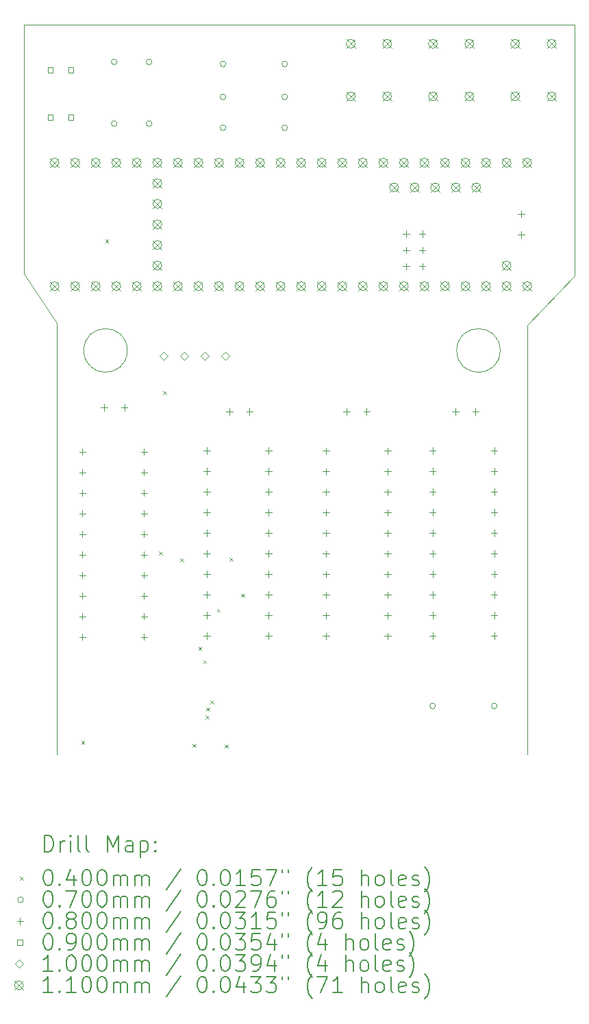
<source format=gbr>
%FSLAX45Y45*%
G04 Gerber Fmt 4.5, Leading zero omitted, Abs format (unit mm)*
G04 Created by KiCad (PCBNEW (6.0.6)) date 2023-01-25 21:08:42*
%MOMM*%
%LPD*%
G01*
G04 APERTURE LIST*
%TA.AperFunction,Profile*%
%ADD10C,0.100000*%
%TD*%
%ADD11C,0.200000*%
%ADD12C,0.040000*%
%ADD13C,0.070000*%
%ADD14C,0.080000*%
%ADD15C,0.090000*%
%ADD16C,0.100000*%
%ADD17C,0.110000*%
G04 APERTURE END LIST*
D10*
X14709140Y-18313400D02*
X14709140Y-13055600D01*
X9763696Y-13367000D02*
G75*
G03*
X9763696Y-13367000I-268830J0D01*
G01*
X8483600Y-9347200D02*
X8483600Y-12420600D01*
X14373104Y-13367000D02*
G75*
G03*
X14373104Y-13367000I-268830J0D01*
G01*
X8890000Y-18354000D02*
X8890000Y-13030200D01*
X14709140Y-18354000D02*
X14709140Y-18313400D01*
X14709140Y-13055600D02*
X15290800Y-12446000D01*
X15290800Y-9347200D02*
X8483600Y-9347200D01*
X15290800Y-12446000D02*
X15290800Y-9347200D01*
X8483600Y-12420600D02*
X8890000Y-13030200D01*
D11*
D12*
X9194130Y-18186340D02*
X9234130Y-18226340D01*
X9234130Y-18186340D02*
X9194130Y-18226340D01*
X9489960Y-11995780D02*
X9529960Y-12035780D01*
X9529960Y-11995780D02*
X9489960Y-12035780D01*
X10155310Y-15848270D02*
X10195310Y-15888270D01*
X10195310Y-15848270D02*
X10155310Y-15888270D01*
X10203180Y-13869860D02*
X10243180Y-13909860D01*
X10243180Y-13869860D02*
X10203180Y-13909860D01*
X10419000Y-15936390D02*
X10459000Y-15976390D01*
X10459000Y-15936390D02*
X10419000Y-15976390D01*
X10567100Y-18224700D02*
X10607100Y-18264700D01*
X10607100Y-18224700D02*
X10567100Y-18264700D01*
X10641610Y-17028910D02*
X10681610Y-17068910D01*
X10681610Y-17028910D02*
X10641610Y-17068910D01*
X10701480Y-17191320D02*
X10741480Y-17231320D01*
X10741480Y-17191320D02*
X10701480Y-17231320D01*
X10733680Y-17875070D02*
X10773680Y-17915070D01*
X10773680Y-17875070D02*
X10733680Y-17915070D01*
X10740350Y-17775050D02*
X10780350Y-17815050D01*
X10780350Y-17775050D02*
X10740350Y-17815050D01*
X10792900Y-17686150D02*
X10832900Y-17726150D01*
X10832900Y-17686150D02*
X10792900Y-17726150D01*
X10871050Y-16556420D02*
X10911050Y-16596420D01*
X10911050Y-16556420D02*
X10871050Y-16596420D01*
X10966170Y-18232280D02*
X11006170Y-18272280D01*
X11006170Y-18232280D02*
X10966170Y-18272280D01*
X11027530Y-15927000D02*
X11067530Y-15967000D01*
X11067530Y-15927000D02*
X11027530Y-15967000D01*
X11174100Y-16371020D02*
X11214100Y-16411020D01*
X11214100Y-16371020D02*
X11174100Y-16411020D01*
D13*
X9636200Y-9804400D02*
G75*
G03*
X9636200Y-9804400I-35000J0D01*
G01*
X9636200Y-10566400D02*
G75*
G03*
X9636200Y-10566400I-35000J0D01*
G01*
X10068000Y-9804400D02*
G75*
G03*
X10068000Y-9804400I-35000J0D01*
G01*
X10068000Y-10566400D02*
G75*
G03*
X10068000Y-10566400I-35000J0D01*
G01*
X10982400Y-9829800D02*
G75*
G03*
X10982400Y-9829800I-35000J0D01*
G01*
X10982400Y-10236200D02*
G75*
G03*
X10982400Y-10236200I-35000J0D01*
G01*
X10982400Y-10617200D02*
G75*
G03*
X10982400Y-10617200I-35000J0D01*
G01*
X11744400Y-9829800D02*
G75*
G03*
X11744400Y-9829800I-35000J0D01*
G01*
X11744400Y-10236200D02*
G75*
G03*
X11744400Y-10236200I-35000J0D01*
G01*
X11744400Y-10617200D02*
G75*
G03*
X11744400Y-10617200I-35000J0D01*
G01*
X13573200Y-17754600D02*
G75*
G03*
X13573200Y-17754600I-35000J0D01*
G01*
X14335200Y-17754600D02*
G75*
G03*
X14335200Y-17754600I-35000J0D01*
G01*
D14*
X9208500Y-14578200D02*
X9208500Y-14658200D01*
X9168500Y-14618200D02*
X9248500Y-14618200D01*
X9208500Y-14832200D02*
X9208500Y-14912200D01*
X9168500Y-14872200D02*
X9248500Y-14872200D01*
X9208500Y-15086200D02*
X9208500Y-15166200D01*
X9168500Y-15126200D02*
X9248500Y-15126200D01*
X9208500Y-15340200D02*
X9208500Y-15420200D01*
X9168500Y-15380200D02*
X9248500Y-15380200D01*
X9208500Y-15594200D02*
X9208500Y-15674200D01*
X9168500Y-15634200D02*
X9248500Y-15634200D01*
X9208500Y-15848200D02*
X9208500Y-15928200D01*
X9168500Y-15888200D02*
X9248500Y-15888200D01*
X9208500Y-16102200D02*
X9208500Y-16182200D01*
X9168500Y-16142200D02*
X9248500Y-16142200D01*
X9208500Y-16356200D02*
X9208500Y-16436200D01*
X9168500Y-16396200D02*
X9248500Y-16396200D01*
X9208500Y-16610200D02*
X9208500Y-16690200D01*
X9168500Y-16650200D02*
X9248500Y-16650200D01*
X9208500Y-16864200D02*
X9208500Y-16944200D01*
X9168500Y-16904200D02*
X9248500Y-16904200D01*
X9478200Y-14031600D02*
X9478200Y-14111600D01*
X9438200Y-14071600D02*
X9518200Y-14071600D01*
X9728200Y-14031600D02*
X9728200Y-14111600D01*
X9688200Y-14071600D02*
X9768200Y-14071600D01*
X9970500Y-14578200D02*
X9970500Y-14658200D01*
X9930500Y-14618200D02*
X10010500Y-14618200D01*
X9970500Y-14832200D02*
X9970500Y-14912200D01*
X9930500Y-14872200D02*
X10010500Y-14872200D01*
X9970500Y-15086200D02*
X9970500Y-15166200D01*
X9930500Y-15126200D02*
X10010500Y-15126200D01*
X9970500Y-15340200D02*
X9970500Y-15420200D01*
X9930500Y-15380200D02*
X10010500Y-15380200D01*
X9970500Y-15594200D02*
X9970500Y-15674200D01*
X9930500Y-15634200D02*
X10010500Y-15634200D01*
X9970500Y-15848200D02*
X9970500Y-15928200D01*
X9930500Y-15888200D02*
X10010500Y-15888200D01*
X9970500Y-16102200D02*
X9970500Y-16182200D01*
X9930500Y-16142200D02*
X10010500Y-16142200D01*
X9970500Y-16356200D02*
X9970500Y-16436200D01*
X9930500Y-16396200D02*
X10010500Y-16396200D01*
X9970500Y-16610200D02*
X9970500Y-16690200D01*
X9930500Y-16650200D02*
X10010500Y-16650200D01*
X9970500Y-16864200D02*
X9970500Y-16944200D01*
X9930500Y-16904200D02*
X10010500Y-16904200D01*
X10745200Y-14565000D02*
X10745200Y-14645000D01*
X10705200Y-14605000D02*
X10785200Y-14605000D01*
X10745200Y-14819000D02*
X10745200Y-14899000D01*
X10705200Y-14859000D02*
X10785200Y-14859000D01*
X10745200Y-15073000D02*
X10745200Y-15153000D01*
X10705200Y-15113000D02*
X10785200Y-15113000D01*
X10745200Y-15327000D02*
X10745200Y-15407000D01*
X10705200Y-15367000D02*
X10785200Y-15367000D01*
X10745200Y-15581000D02*
X10745200Y-15661000D01*
X10705200Y-15621000D02*
X10785200Y-15621000D01*
X10745200Y-15835000D02*
X10745200Y-15915000D01*
X10705200Y-15875000D02*
X10785200Y-15875000D01*
X10745200Y-16089000D02*
X10745200Y-16169000D01*
X10705200Y-16129000D02*
X10785200Y-16129000D01*
X10745200Y-16343000D02*
X10745200Y-16423000D01*
X10705200Y-16383000D02*
X10785200Y-16383000D01*
X10745200Y-16597000D02*
X10745200Y-16677000D01*
X10705200Y-16637000D02*
X10785200Y-16637000D01*
X10745200Y-16851000D02*
X10745200Y-16931000D01*
X10705200Y-16891000D02*
X10785200Y-16891000D01*
X11025600Y-14082400D02*
X11025600Y-14162400D01*
X10985600Y-14122400D02*
X11065600Y-14122400D01*
X11275600Y-14082400D02*
X11275600Y-14162400D01*
X11235600Y-14122400D02*
X11315600Y-14122400D01*
X11507200Y-14565000D02*
X11507200Y-14645000D01*
X11467200Y-14605000D02*
X11547200Y-14605000D01*
X11507200Y-14819000D02*
X11507200Y-14899000D01*
X11467200Y-14859000D02*
X11547200Y-14859000D01*
X11507200Y-15073000D02*
X11507200Y-15153000D01*
X11467200Y-15113000D02*
X11547200Y-15113000D01*
X11507200Y-15327000D02*
X11507200Y-15407000D01*
X11467200Y-15367000D02*
X11547200Y-15367000D01*
X11507200Y-15581000D02*
X11507200Y-15661000D01*
X11467200Y-15621000D02*
X11547200Y-15621000D01*
X11507200Y-15835000D02*
X11507200Y-15915000D01*
X11467200Y-15875000D02*
X11547200Y-15875000D01*
X11507200Y-16089000D02*
X11507200Y-16169000D01*
X11467200Y-16129000D02*
X11547200Y-16129000D01*
X11507200Y-16343000D02*
X11507200Y-16423000D01*
X11467200Y-16383000D02*
X11547200Y-16383000D01*
X11507200Y-16597000D02*
X11507200Y-16677000D01*
X11467200Y-16637000D02*
X11547200Y-16637000D01*
X11507200Y-16851000D02*
X11507200Y-16931000D01*
X11467200Y-16891000D02*
X11547200Y-16891000D01*
X12218400Y-14565500D02*
X12218400Y-14645500D01*
X12178400Y-14605500D02*
X12258400Y-14605500D01*
X12218400Y-14819500D02*
X12218400Y-14899500D01*
X12178400Y-14859500D02*
X12258400Y-14859500D01*
X12218400Y-15073500D02*
X12218400Y-15153500D01*
X12178400Y-15113500D02*
X12258400Y-15113500D01*
X12218400Y-15327500D02*
X12218400Y-15407500D01*
X12178400Y-15367500D02*
X12258400Y-15367500D01*
X12218400Y-15581500D02*
X12218400Y-15661500D01*
X12178400Y-15621500D02*
X12258400Y-15621500D01*
X12218400Y-15835500D02*
X12218400Y-15915500D01*
X12178400Y-15875500D02*
X12258400Y-15875500D01*
X12218400Y-16089500D02*
X12218400Y-16169500D01*
X12178400Y-16129500D02*
X12258400Y-16129500D01*
X12218400Y-16343500D02*
X12218400Y-16423500D01*
X12178400Y-16383500D02*
X12258400Y-16383500D01*
X12218400Y-16597500D02*
X12218400Y-16677500D01*
X12178400Y-16637500D02*
X12258400Y-16637500D01*
X12218400Y-16851500D02*
X12218400Y-16931500D01*
X12178400Y-16891500D02*
X12258400Y-16891500D01*
X12473400Y-14082400D02*
X12473400Y-14162400D01*
X12433400Y-14122400D02*
X12513400Y-14122400D01*
X12723400Y-14082400D02*
X12723400Y-14162400D01*
X12683400Y-14122400D02*
X12763400Y-14122400D01*
X12980400Y-14565500D02*
X12980400Y-14645500D01*
X12940400Y-14605500D02*
X13020400Y-14605500D01*
X12980400Y-14819500D02*
X12980400Y-14899500D01*
X12940400Y-14859500D02*
X13020400Y-14859500D01*
X12980400Y-15073500D02*
X12980400Y-15153500D01*
X12940400Y-15113500D02*
X13020400Y-15113500D01*
X12980400Y-15327500D02*
X12980400Y-15407500D01*
X12940400Y-15367500D02*
X13020400Y-15367500D01*
X12980400Y-15581500D02*
X12980400Y-15661500D01*
X12940400Y-15621500D02*
X13020400Y-15621500D01*
X12980400Y-15835500D02*
X12980400Y-15915500D01*
X12940400Y-15875500D02*
X13020400Y-15875500D01*
X12980400Y-16089500D02*
X12980400Y-16169500D01*
X12940400Y-16129500D02*
X13020400Y-16129500D01*
X12980400Y-16343500D02*
X12980400Y-16423500D01*
X12940400Y-16383500D02*
X13020400Y-16383500D01*
X12980400Y-16597500D02*
X12980400Y-16677500D01*
X12940400Y-16637500D02*
X13020400Y-16637500D01*
X12980400Y-16851500D02*
X12980400Y-16931500D01*
X12940400Y-16891500D02*
X13020400Y-16891500D01*
X13209600Y-11889160D02*
X13209600Y-11969160D01*
X13169600Y-11929160D02*
X13249600Y-11929160D01*
X13209600Y-12089160D02*
X13209600Y-12169160D01*
X13169600Y-12129160D02*
X13249600Y-12129160D01*
X13209600Y-12289160D02*
X13209600Y-12369160D01*
X13169600Y-12329160D02*
X13249600Y-12329160D01*
X13409600Y-11889160D02*
X13409600Y-11969160D01*
X13369600Y-11929160D02*
X13449600Y-11929160D01*
X13409600Y-12089160D02*
X13409600Y-12169160D01*
X13369600Y-12129160D02*
X13449600Y-12129160D01*
X13409600Y-12289160D02*
X13409600Y-12369160D01*
X13369600Y-12329160D02*
X13449600Y-12329160D01*
X13538200Y-14565000D02*
X13538200Y-14645000D01*
X13498200Y-14605000D02*
X13578200Y-14605000D01*
X13538200Y-14819000D02*
X13538200Y-14899000D01*
X13498200Y-14859000D02*
X13578200Y-14859000D01*
X13538200Y-15073000D02*
X13538200Y-15153000D01*
X13498200Y-15113000D02*
X13578200Y-15113000D01*
X13538200Y-15327000D02*
X13538200Y-15407000D01*
X13498200Y-15367000D02*
X13578200Y-15367000D01*
X13538200Y-15581000D02*
X13538200Y-15661000D01*
X13498200Y-15621000D02*
X13578200Y-15621000D01*
X13538200Y-15835000D02*
X13538200Y-15915000D01*
X13498200Y-15875000D02*
X13578200Y-15875000D01*
X13538200Y-16089000D02*
X13538200Y-16169000D01*
X13498200Y-16129000D02*
X13578200Y-16129000D01*
X13538200Y-16343000D02*
X13538200Y-16423000D01*
X13498200Y-16383000D02*
X13578200Y-16383000D01*
X13538200Y-16597000D02*
X13538200Y-16677000D01*
X13498200Y-16637000D02*
X13578200Y-16637000D01*
X13538200Y-16851000D02*
X13538200Y-16931000D01*
X13498200Y-16891000D02*
X13578200Y-16891000D01*
X13819600Y-14082400D02*
X13819600Y-14162400D01*
X13779600Y-14122400D02*
X13859600Y-14122400D01*
X14069600Y-14082400D02*
X14069600Y-14162400D01*
X14029600Y-14122400D02*
X14109600Y-14122400D01*
X14300200Y-14565000D02*
X14300200Y-14645000D01*
X14260200Y-14605000D02*
X14340200Y-14605000D01*
X14300200Y-14819000D02*
X14300200Y-14899000D01*
X14260200Y-14859000D02*
X14340200Y-14859000D01*
X14300200Y-15073000D02*
X14300200Y-15153000D01*
X14260200Y-15113000D02*
X14340200Y-15113000D01*
X14300200Y-15327000D02*
X14300200Y-15407000D01*
X14260200Y-15367000D02*
X14340200Y-15367000D01*
X14300200Y-15581000D02*
X14300200Y-15661000D01*
X14260200Y-15621000D02*
X14340200Y-15621000D01*
X14300200Y-15835000D02*
X14300200Y-15915000D01*
X14260200Y-15875000D02*
X14340200Y-15875000D01*
X14300200Y-16089000D02*
X14300200Y-16169000D01*
X14260200Y-16129000D02*
X14340200Y-16129000D01*
X14300200Y-16343000D02*
X14300200Y-16423000D01*
X14260200Y-16383000D02*
X14340200Y-16383000D01*
X14300200Y-16597000D02*
X14300200Y-16677000D01*
X14260200Y-16637000D02*
X14340200Y-16637000D01*
X14300200Y-16851000D02*
X14300200Y-16931000D01*
X14260200Y-16891000D02*
X14340200Y-16891000D01*
X14633600Y-11644000D02*
X14633600Y-11724000D01*
X14593600Y-11684000D02*
X14673600Y-11684000D01*
X14633600Y-11898000D02*
X14633600Y-11978000D01*
X14593600Y-11938000D02*
X14673600Y-11938000D01*
D15*
X8845620Y-9937820D02*
X8845620Y-9874180D01*
X8781980Y-9874180D01*
X8781980Y-9937820D01*
X8845620Y-9937820D01*
X8845620Y-10522020D02*
X8845620Y-10458380D01*
X8781980Y-10458380D01*
X8781980Y-10522020D01*
X8845620Y-10522020D01*
X9099620Y-9937820D02*
X9099620Y-9874180D01*
X9035980Y-9874180D01*
X9035980Y-9937820D01*
X9099620Y-9937820D01*
X9099620Y-10522020D02*
X9099620Y-10458380D01*
X9035980Y-10458380D01*
X9035980Y-10522020D01*
X9099620Y-10522020D01*
D16*
X10211800Y-13486600D02*
X10261800Y-13436600D01*
X10211800Y-13386600D01*
X10161800Y-13436600D01*
X10211800Y-13486600D01*
X10465800Y-13486600D02*
X10515800Y-13436600D01*
X10465800Y-13386600D01*
X10415800Y-13436600D01*
X10465800Y-13486600D01*
X10719800Y-13486600D02*
X10769800Y-13436600D01*
X10719800Y-13386600D01*
X10669800Y-13436600D01*
X10719800Y-13486600D01*
X10973800Y-13486600D02*
X11023800Y-13436600D01*
X10973800Y-13386600D01*
X10923800Y-13436600D01*
X10973800Y-13486600D01*
D17*
X8809600Y-10994000D02*
X8919600Y-11104000D01*
X8919600Y-10994000D02*
X8809600Y-11104000D01*
X8919600Y-11049000D02*
G75*
G03*
X8919600Y-11049000I-55000J0D01*
G01*
X8809600Y-12518000D02*
X8919600Y-12628000D01*
X8919600Y-12518000D02*
X8809600Y-12628000D01*
X8919600Y-12573000D02*
G75*
G03*
X8919600Y-12573000I-55000J0D01*
G01*
X9063600Y-10994000D02*
X9173600Y-11104000D01*
X9173600Y-10994000D02*
X9063600Y-11104000D01*
X9173600Y-11049000D02*
G75*
G03*
X9173600Y-11049000I-55000J0D01*
G01*
X9063600Y-12518000D02*
X9173600Y-12628000D01*
X9173600Y-12518000D02*
X9063600Y-12628000D01*
X9173600Y-12573000D02*
G75*
G03*
X9173600Y-12573000I-55000J0D01*
G01*
X9317600Y-10994000D02*
X9427600Y-11104000D01*
X9427600Y-10994000D02*
X9317600Y-11104000D01*
X9427600Y-11049000D02*
G75*
G03*
X9427600Y-11049000I-55000J0D01*
G01*
X9317600Y-12518000D02*
X9427600Y-12628000D01*
X9427600Y-12518000D02*
X9317600Y-12628000D01*
X9427600Y-12573000D02*
G75*
G03*
X9427600Y-12573000I-55000J0D01*
G01*
X9571600Y-10994000D02*
X9681600Y-11104000D01*
X9681600Y-10994000D02*
X9571600Y-11104000D01*
X9681600Y-11049000D02*
G75*
G03*
X9681600Y-11049000I-55000J0D01*
G01*
X9571600Y-12518000D02*
X9681600Y-12628000D01*
X9681600Y-12518000D02*
X9571600Y-12628000D01*
X9681600Y-12573000D02*
G75*
G03*
X9681600Y-12573000I-55000J0D01*
G01*
X9825600Y-10994000D02*
X9935600Y-11104000D01*
X9935600Y-10994000D02*
X9825600Y-11104000D01*
X9935600Y-11049000D02*
G75*
G03*
X9935600Y-11049000I-55000J0D01*
G01*
X9825600Y-12518000D02*
X9935600Y-12628000D01*
X9935600Y-12518000D02*
X9825600Y-12628000D01*
X9935600Y-12573000D02*
G75*
G03*
X9935600Y-12573000I-55000J0D01*
G01*
X10079600Y-10994000D02*
X10189600Y-11104000D01*
X10189600Y-10994000D02*
X10079600Y-11104000D01*
X10189600Y-11049000D02*
G75*
G03*
X10189600Y-11049000I-55000J0D01*
G01*
X10079600Y-11248000D02*
X10189600Y-11358000D01*
X10189600Y-11248000D02*
X10079600Y-11358000D01*
X10189600Y-11303000D02*
G75*
G03*
X10189600Y-11303000I-55000J0D01*
G01*
X10079600Y-11502000D02*
X10189600Y-11612000D01*
X10189600Y-11502000D02*
X10079600Y-11612000D01*
X10189600Y-11557000D02*
G75*
G03*
X10189600Y-11557000I-55000J0D01*
G01*
X10079600Y-11756000D02*
X10189600Y-11866000D01*
X10189600Y-11756000D02*
X10079600Y-11866000D01*
X10189600Y-11811000D02*
G75*
G03*
X10189600Y-11811000I-55000J0D01*
G01*
X10079600Y-12010000D02*
X10189600Y-12120000D01*
X10189600Y-12010000D02*
X10079600Y-12120000D01*
X10189600Y-12065000D02*
G75*
G03*
X10189600Y-12065000I-55000J0D01*
G01*
X10079600Y-12264000D02*
X10189600Y-12374000D01*
X10189600Y-12264000D02*
X10079600Y-12374000D01*
X10189600Y-12319000D02*
G75*
G03*
X10189600Y-12319000I-55000J0D01*
G01*
X10079600Y-12518000D02*
X10189600Y-12628000D01*
X10189600Y-12518000D02*
X10079600Y-12628000D01*
X10189600Y-12573000D02*
G75*
G03*
X10189600Y-12573000I-55000J0D01*
G01*
X10333600Y-10994000D02*
X10443600Y-11104000D01*
X10443600Y-10994000D02*
X10333600Y-11104000D01*
X10443600Y-11049000D02*
G75*
G03*
X10443600Y-11049000I-55000J0D01*
G01*
X10333600Y-12518000D02*
X10443600Y-12628000D01*
X10443600Y-12518000D02*
X10333600Y-12628000D01*
X10443600Y-12573000D02*
G75*
G03*
X10443600Y-12573000I-55000J0D01*
G01*
X10587600Y-10994000D02*
X10697600Y-11104000D01*
X10697600Y-10994000D02*
X10587600Y-11104000D01*
X10697600Y-11049000D02*
G75*
G03*
X10697600Y-11049000I-55000J0D01*
G01*
X10587600Y-12518000D02*
X10697600Y-12628000D01*
X10697600Y-12518000D02*
X10587600Y-12628000D01*
X10697600Y-12573000D02*
G75*
G03*
X10697600Y-12573000I-55000J0D01*
G01*
X10841600Y-10994000D02*
X10951600Y-11104000D01*
X10951600Y-10994000D02*
X10841600Y-11104000D01*
X10951600Y-11049000D02*
G75*
G03*
X10951600Y-11049000I-55000J0D01*
G01*
X10841600Y-12518000D02*
X10951600Y-12628000D01*
X10951600Y-12518000D02*
X10841600Y-12628000D01*
X10951600Y-12573000D02*
G75*
G03*
X10951600Y-12573000I-55000J0D01*
G01*
X11095600Y-10994000D02*
X11205600Y-11104000D01*
X11205600Y-10994000D02*
X11095600Y-11104000D01*
X11205600Y-11049000D02*
G75*
G03*
X11205600Y-11049000I-55000J0D01*
G01*
X11095600Y-12518000D02*
X11205600Y-12628000D01*
X11205600Y-12518000D02*
X11095600Y-12628000D01*
X11205600Y-12573000D02*
G75*
G03*
X11205600Y-12573000I-55000J0D01*
G01*
X11349600Y-10994000D02*
X11459600Y-11104000D01*
X11459600Y-10994000D02*
X11349600Y-11104000D01*
X11459600Y-11049000D02*
G75*
G03*
X11459600Y-11049000I-55000J0D01*
G01*
X11349600Y-12518000D02*
X11459600Y-12628000D01*
X11459600Y-12518000D02*
X11349600Y-12628000D01*
X11459600Y-12573000D02*
G75*
G03*
X11459600Y-12573000I-55000J0D01*
G01*
X11603600Y-10994000D02*
X11713600Y-11104000D01*
X11713600Y-10994000D02*
X11603600Y-11104000D01*
X11713600Y-11049000D02*
G75*
G03*
X11713600Y-11049000I-55000J0D01*
G01*
X11603600Y-12518000D02*
X11713600Y-12628000D01*
X11713600Y-12518000D02*
X11603600Y-12628000D01*
X11713600Y-12573000D02*
G75*
G03*
X11713600Y-12573000I-55000J0D01*
G01*
X11857600Y-10994000D02*
X11967600Y-11104000D01*
X11967600Y-10994000D02*
X11857600Y-11104000D01*
X11967600Y-11049000D02*
G75*
G03*
X11967600Y-11049000I-55000J0D01*
G01*
X11857600Y-12518000D02*
X11967600Y-12628000D01*
X11967600Y-12518000D02*
X11857600Y-12628000D01*
X11967600Y-12573000D02*
G75*
G03*
X11967600Y-12573000I-55000J0D01*
G01*
X12111600Y-10994000D02*
X12221600Y-11104000D01*
X12221600Y-10994000D02*
X12111600Y-11104000D01*
X12221600Y-11049000D02*
G75*
G03*
X12221600Y-11049000I-55000J0D01*
G01*
X12111600Y-12518000D02*
X12221600Y-12628000D01*
X12221600Y-12518000D02*
X12111600Y-12628000D01*
X12221600Y-12573000D02*
G75*
G03*
X12221600Y-12573000I-55000J0D01*
G01*
X12365600Y-10994000D02*
X12475600Y-11104000D01*
X12475600Y-10994000D02*
X12365600Y-11104000D01*
X12475600Y-11049000D02*
G75*
G03*
X12475600Y-11049000I-55000J0D01*
G01*
X12365600Y-12518000D02*
X12475600Y-12628000D01*
X12475600Y-12518000D02*
X12365600Y-12628000D01*
X12475600Y-12573000D02*
G75*
G03*
X12475600Y-12573000I-55000J0D01*
G01*
X12470800Y-9526000D02*
X12580800Y-9636000D01*
X12580800Y-9526000D02*
X12470800Y-9636000D01*
X12580800Y-9581000D02*
G75*
G03*
X12580800Y-9581000I-55000J0D01*
G01*
X12470800Y-10176000D02*
X12580800Y-10286000D01*
X12580800Y-10176000D02*
X12470800Y-10286000D01*
X12580800Y-10231000D02*
G75*
G03*
X12580800Y-10231000I-55000J0D01*
G01*
X12619600Y-10994000D02*
X12729600Y-11104000D01*
X12729600Y-10994000D02*
X12619600Y-11104000D01*
X12729600Y-11049000D02*
G75*
G03*
X12729600Y-11049000I-55000J0D01*
G01*
X12619600Y-12518000D02*
X12729600Y-12628000D01*
X12729600Y-12518000D02*
X12619600Y-12628000D01*
X12729600Y-12573000D02*
G75*
G03*
X12729600Y-12573000I-55000J0D01*
G01*
X12873600Y-10994000D02*
X12983600Y-11104000D01*
X12983600Y-10994000D02*
X12873600Y-11104000D01*
X12983600Y-11049000D02*
G75*
G03*
X12983600Y-11049000I-55000J0D01*
G01*
X12873600Y-12518000D02*
X12983600Y-12628000D01*
X12983600Y-12518000D02*
X12873600Y-12628000D01*
X12983600Y-12573000D02*
G75*
G03*
X12983600Y-12573000I-55000J0D01*
G01*
X12920800Y-9526000D02*
X13030800Y-9636000D01*
X13030800Y-9526000D02*
X12920800Y-9636000D01*
X13030800Y-9581000D02*
G75*
G03*
X13030800Y-9581000I-55000J0D01*
G01*
X12920800Y-10176000D02*
X13030800Y-10286000D01*
X13030800Y-10176000D02*
X12920800Y-10286000D01*
X13030800Y-10231000D02*
G75*
G03*
X13030800Y-10231000I-55000J0D01*
G01*
X13005680Y-11299080D02*
X13115680Y-11409080D01*
X13115680Y-11299080D02*
X13005680Y-11409080D01*
X13115680Y-11354080D02*
G75*
G03*
X13115680Y-11354080I-55000J0D01*
G01*
X13127600Y-10994000D02*
X13237600Y-11104000D01*
X13237600Y-10994000D02*
X13127600Y-11104000D01*
X13237600Y-11049000D02*
G75*
G03*
X13237600Y-11049000I-55000J0D01*
G01*
X13127600Y-12518000D02*
X13237600Y-12628000D01*
X13237600Y-12518000D02*
X13127600Y-12628000D01*
X13237600Y-12573000D02*
G75*
G03*
X13237600Y-12573000I-55000J0D01*
G01*
X13259680Y-11299080D02*
X13369680Y-11409080D01*
X13369680Y-11299080D02*
X13259680Y-11409080D01*
X13369680Y-11354080D02*
G75*
G03*
X13369680Y-11354080I-55000J0D01*
G01*
X13381600Y-10994000D02*
X13491600Y-11104000D01*
X13491600Y-10994000D02*
X13381600Y-11104000D01*
X13491600Y-11049000D02*
G75*
G03*
X13491600Y-11049000I-55000J0D01*
G01*
X13381600Y-12518000D02*
X13491600Y-12628000D01*
X13491600Y-12518000D02*
X13381600Y-12628000D01*
X13491600Y-12573000D02*
G75*
G03*
X13491600Y-12573000I-55000J0D01*
G01*
X13486800Y-9526000D02*
X13596800Y-9636000D01*
X13596800Y-9526000D02*
X13486800Y-9636000D01*
X13596800Y-9581000D02*
G75*
G03*
X13596800Y-9581000I-55000J0D01*
G01*
X13486800Y-10176000D02*
X13596800Y-10286000D01*
X13596800Y-10176000D02*
X13486800Y-10286000D01*
X13596800Y-10231000D02*
G75*
G03*
X13596800Y-10231000I-55000J0D01*
G01*
X13513680Y-11299080D02*
X13623680Y-11409080D01*
X13623680Y-11299080D02*
X13513680Y-11409080D01*
X13623680Y-11354080D02*
G75*
G03*
X13623680Y-11354080I-55000J0D01*
G01*
X13635600Y-10994000D02*
X13745600Y-11104000D01*
X13745600Y-10994000D02*
X13635600Y-11104000D01*
X13745600Y-11049000D02*
G75*
G03*
X13745600Y-11049000I-55000J0D01*
G01*
X13635600Y-12518000D02*
X13745600Y-12628000D01*
X13745600Y-12518000D02*
X13635600Y-12628000D01*
X13745600Y-12573000D02*
G75*
G03*
X13745600Y-12573000I-55000J0D01*
G01*
X13767680Y-11299080D02*
X13877680Y-11409080D01*
X13877680Y-11299080D02*
X13767680Y-11409080D01*
X13877680Y-11354080D02*
G75*
G03*
X13877680Y-11354080I-55000J0D01*
G01*
X13889600Y-10994000D02*
X13999600Y-11104000D01*
X13999600Y-10994000D02*
X13889600Y-11104000D01*
X13999600Y-11049000D02*
G75*
G03*
X13999600Y-11049000I-55000J0D01*
G01*
X13889600Y-12518000D02*
X13999600Y-12628000D01*
X13999600Y-12518000D02*
X13889600Y-12628000D01*
X13999600Y-12573000D02*
G75*
G03*
X13999600Y-12573000I-55000J0D01*
G01*
X13936800Y-9526000D02*
X14046800Y-9636000D01*
X14046800Y-9526000D02*
X13936800Y-9636000D01*
X14046800Y-9581000D02*
G75*
G03*
X14046800Y-9581000I-55000J0D01*
G01*
X13936800Y-10176000D02*
X14046800Y-10286000D01*
X14046800Y-10176000D02*
X13936800Y-10286000D01*
X14046800Y-10231000D02*
G75*
G03*
X14046800Y-10231000I-55000J0D01*
G01*
X14021680Y-11299080D02*
X14131680Y-11409080D01*
X14131680Y-11299080D02*
X14021680Y-11409080D01*
X14131680Y-11354080D02*
G75*
G03*
X14131680Y-11354080I-55000J0D01*
G01*
X14143600Y-10994000D02*
X14253600Y-11104000D01*
X14253600Y-10994000D02*
X14143600Y-11104000D01*
X14253600Y-11049000D02*
G75*
G03*
X14253600Y-11049000I-55000J0D01*
G01*
X14143600Y-12518000D02*
X14253600Y-12628000D01*
X14253600Y-12518000D02*
X14143600Y-12628000D01*
X14253600Y-12573000D02*
G75*
G03*
X14253600Y-12573000I-55000J0D01*
G01*
X14397600Y-10994000D02*
X14507600Y-11104000D01*
X14507600Y-10994000D02*
X14397600Y-11104000D01*
X14507600Y-11049000D02*
G75*
G03*
X14507600Y-11049000I-55000J0D01*
G01*
X14397600Y-12264000D02*
X14507600Y-12374000D01*
X14507600Y-12264000D02*
X14397600Y-12374000D01*
X14507600Y-12319000D02*
G75*
G03*
X14507600Y-12319000I-55000J0D01*
G01*
X14397600Y-12518000D02*
X14507600Y-12628000D01*
X14507600Y-12518000D02*
X14397600Y-12628000D01*
X14507600Y-12573000D02*
G75*
G03*
X14507600Y-12573000I-55000J0D01*
G01*
X14502800Y-9526000D02*
X14612800Y-9636000D01*
X14612800Y-9526000D02*
X14502800Y-9636000D01*
X14612800Y-9581000D02*
G75*
G03*
X14612800Y-9581000I-55000J0D01*
G01*
X14502800Y-10176000D02*
X14612800Y-10286000D01*
X14612800Y-10176000D02*
X14502800Y-10286000D01*
X14612800Y-10231000D02*
G75*
G03*
X14612800Y-10231000I-55000J0D01*
G01*
X14651600Y-10994000D02*
X14761600Y-11104000D01*
X14761600Y-10994000D02*
X14651600Y-11104000D01*
X14761600Y-11049000D02*
G75*
G03*
X14761600Y-11049000I-55000J0D01*
G01*
X14651600Y-12518000D02*
X14761600Y-12628000D01*
X14761600Y-12518000D02*
X14651600Y-12628000D01*
X14761600Y-12573000D02*
G75*
G03*
X14761600Y-12573000I-55000J0D01*
G01*
X14952800Y-9526000D02*
X15062800Y-9636000D01*
X15062800Y-9526000D02*
X14952800Y-9636000D01*
X15062800Y-9581000D02*
G75*
G03*
X15062800Y-9581000I-55000J0D01*
G01*
X14952800Y-10176000D02*
X15062800Y-10286000D01*
X15062800Y-10176000D02*
X14952800Y-10286000D01*
X15062800Y-10231000D02*
G75*
G03*
X15062800Y-10231000I-55000J0D01*
G01*
D11*
X8736219Y-19554476D02*
X8736219Y-19354476D01*
X8783838Y-19354476D01*
X8812410Y-19364000D01*
X8831457Y-19383048D01*
X8840981Y-19402095D01*
X8850505Y-19440190D01*
X8850505Y-19468762D01*
X8840981Y-19506857D01*
X8831457Y-19525905D01*
X8812410Y-19544952D01*
X8783838Y-19554476D01*
X8736219Y-19554476D01*
X8936219Y-19554476D02*
X8936219Y-19421143D01*
X8936219Y-19459238D02*
X8945743Y-19440190D01*
X8955267Y-19430667D01*
X8974314Y-19421143D01*
X8993362Y-19421143D01*
X9060029Y-19554476D02*
X9060029Y-19421143D01*
X9060029Y-19354476D02*
X9050505Y-19364000D01*
X9060029Y-19373524D01*
X9069552Y-19364000D01*
X9060029Y-19354476D01*
X9060029Y-19373524D01*
X9183838Y-19554476D02*
X9164790Y-19544952D01*
X9155267Y-19525905D01*
X9155267Y-19354476D01*
X9288600Y-19554476D02*
X9269552Y-19544952D01*
X9260029Y-19525905D01*
X9260029Y-19354476D01*
X9517171Y-19554476D02*
X9517171Y-19354476D01*
X9583838Y-19497333D01*
X9650505Y-19354476D01*
X9650505Y-19554476D01*
X9831457Y-19554476D02*
X9831457Y-19449714D01*
X9821933Y-19430667D01*
X9802886Y-19421143D01*
X9764790Y-19421143D01*
X9745743Y-19430667D01*
X9831457Y-19544952D02*
X9812410Y-19554476D01*
X9764790Y-19554476D01*
X9745743Y-19544952D01*
X9736219Y-19525905D01*
X9736219Y-19506857D01*
X9745743Y-19487810D01*
X9764790Y-19478286D01*
X9812410Y-19478286D01*
X9831457Y-19468762D01*
X9926695Y-19421143D02*
X9926695Y-19621143D01*
X9926695Y-19430667D02*
X9945743Y-19421143D01*
X9983838Y-19421143D01*
X10002886Y-19430667D01*
X10012410Y-19440190D01*
X10021933Y-19459238D01*
X10021933Y-19516381D01*
X10012410Y-19535429D01*
X10002886Y-19544952D01*
X9983838Y-19554476D01*
X9945743Y-19554476D01*
X9926695Y-19544952D01*
X10107648Y-19535429D02*
X10117171Y-19544952D01*
X10107648Y-19554476D01*
X10098124Y-19544952D01*
X10107648Y-19535429D01*
X10107648Y-19554476D01*
X10107648Y-19430667D02*
X10117171Y-19440190D01*
X10107648Y-19449714D01*
X10098124Y-19440190D01*
X10107648Y-19430667D01*
X10107648Y-19449714D01*
D12*
X8438600Y-19864000D02*
X8478600Y-19904000D01*
X8478600Y-19864000D02*
X8438600Y-19904000D01*
D11*
X8774314Y-19774476D02*
X8793362Y-19774476D01*
X8812410Y-19784000D01*
X8821933Y-19793524D01*
X8831457Y-19812571D01*
X8840981Y-19850667D01*
X8840981Y-19898286D01*
X8831457Y-19936381D01*
X8821933Y-19955429D01*
X8812410Y-19964952D01*
X8793362Y-19974476D01*
X8774314Y-19974476D01*
X8755267Y-19964952D01*
X8745743Y-19955429D01*
X8736219Y-19936381D01*
X8726695Y-19898286D01*
X8726695Y-19850667D01*
X8736219Y-19812571D01*
X8745743Y-19793524D01*
X8755267Y-19784000D01*
X8774314Y-19774476D01*
X8926695Y-19955429D02*
X8936219Y-19964952D01*
X8926695Y-19974476D01*
X8917171Y-19964952D01*
X8926695Y-19955429D01*
X8926695Y-19974476D01*
X9107648Y-19841143D02*
X9107648Y-19974476D01*
X9060029Y-19764952D02*
X9012410Y-19907810D01*
X9136219Y-19907810D01*
X9250505Y-19774476D02*
X9269552Y-19774476D01*
X9288600Y-19784000D01*
X9298124Y-19793524D01*
X9307648Y-19812571D01*
X9317171Y-19850667D01*
X9317171Y-19898286D01*
X9307648Y-19936381D01*
X9298124Y-19955429D01*
X9288600Y-19964952D01*
X9269552Y-19974476D01*
X9250505Y-19974476D01*
X9231457Y-19964952D01*
X9221933Y-19955429D01*
X9212410Y-19936381D01*
X9202886Y-19898286D01*
X9202886Y-19850667D01*
X9212410Y-19812571D01*
X9221933Y-19793524D01*
X9231457Y-19784000D01*
X9250505Y-19774476D01*
X9440981Y-19774476D02*
X9460029Y-19774476D01*
X9479076Y-19784000D01*
X9488600Y-19793524D01*
X9498124Y-19812571D01*
X9507648Y-19850667D01*
X9507648Y-19898286D01*
X9498124Y-19936381D01*
X9488600Y-19955429D01*
X9479076Y-19964952D01*
X9460029Y-19974476D01*
X9440981Y-19974476D01*
X9421933Y-19964952D01*
X9412410Y-19955429D01*
X9402886Y-19936381D01*
X9393362Y-19898286D01*
X9393362Y-19850667D01*
X9402886Y-19812571D01*
X9412410Y-19793524D01*
X9421933Y-19784000D01*
X9440981Y-19774476D01*
X9593362Y-19974476D02*
X9593362Y-19841143D01*
X9593362Y-19860190D02*
X9602886Y-19850667D01*
X9621933Y-19841143D01*
X9650505Y-19841143D01*
X9669552Y-19850667D01*
X9679076Y-19869714D01*
X9679076Y-19974476D01*
X9679076Y-19869714D02*
X9688600Y-19850667D01*
X9707648Y-19841143D01*
X9736219Y-19841143D01*
X9755267Y-19850667D01*
X9764790Y-19869714D01*
X9764790Y-19974476D01*
X9860029Y-19974476D02*
X9860029Y-19841143D01*
X9860029Y-19860190D02*
X9869552Y-19850667D01*
X9888600Y-19841143D01*
X9917171Y-19841143D01*
X9936219Y-19850667D01*
X9945743Y-19869714D01*
X9945743Y-19974476D01*
X9945743Y-19869714D02*
X9955267Y-19850667D01*
X9974314Y-19841143D01*
X10002886Y-19841143D01*
X10021933Y-19850667D01*
X10031457Y-19869714D01*
X10031457Y-19974476D01*
X10421933Y-19764952D02*
X10250505Y-20022095D01*
X10679076Y-19774476D02*
X10698124Y-19774476D01*
X10717171Y-19784000D01*
X10726695Y-19793524D01*
X10736219Y-19812571D01*
X10745743Y-19850667D01*
X10745743Y-19898286D01*
X10736219Y-19936381D01*
X10726695Y-19955429D01*
X10717171Y-19964952D01*
X10698124Y-19974476D01*
X10679076Y-19974476D01*
X10660029Y-19964952D01*
X10650505Y-19955429D01*
X10640981Y-19936381D01*
X10631457Y-19898286D01*
X10631457Y-19850667D01*
X10640981Y-19812571D01*
X10650505Y-19793524D01*
X10660029Y-19784000D01*
X10679076Y-19774476D01*
X10831457Y-19955429D02*
X10840981Y-19964952D01*
X10831457Y-19974476D01*
X10821933Y-19964952D01*
X10831457Y-19955429D01*
X10831457Y-19974476D01*
X10964790Y-19774476D02*
X10983838Y-19774476D01*
X11002886Y-19784000D01*
X11012410Y-19793524D01*
X11021933Y-19812571D01*
X11031457Y-19850667D01*
X11031457Y-19898286D01*
X11021933Y-19936381D01*
X11012410Y-19955429D01*
X11002886Y-19964952D01*
X10983838Y-19974476D01*
X10964790Y-19974476D01*
X10945743Y-19964952D01*
X10936219Y-19955429D01*
X10926695Y-19936381D01*
X10917171Y-19898286D01*
X10917171Y-19850667D01*
X10926695Y-19812571D01*
X10936219Y-19793524D01*
X10945743Y-19784000D01*
X10964790Y-19774476D01*
X11221933Y-19974476D02*
X11107648Y-19974476D01*
X11164790Y-19974476D02*
X11164790Y-19774476D01*
X11145743Y-19803048D01*
X11126695Y-19822095D01*
X11107648Y-19831619D01*
X11402886Y-19774476D02*
X11307648Y-19774476D01*
X11298124Y-19869714D01*
X11307648Y-19860190D01*
X11326695Y-19850667D01*
X11374314Y-19850667D01*
X11393362Y-19860190D01*
X11402886Y-19869714D01*
X11412409Y-19888762D01*
X11412409Y-19936381D01*
X11402886Y-19955429D01*
X11393362Y-19964952D01*
X11374314Y-19974476D01*
X11326695Y-19974476D01*
X11307648Y-19964952D01*
X11298124Y-19955429D01*
X11479076Y-19774476D02*
X11612409Y-19774476D01*
X11526695Y-19974476D01*
X11679076Y-19774476D02*
X11679076Y-19812571D01*
X11755267Y-19774476D02*
X11755267Y-19812571D01*
X12050505Y-20050667D02*
X12040981Y-20041143D01*
X12021933Y-20012571D01*
X12012409Y-19993524D01*
X12002886Y-19964952D01*
X11993362Y-19917333D01*
X11993362Y-19879238D01*
X12002886Y-19831619D01*
X12012409Y-19803048D01*
X12021933Y-19784000D01*
X12040981Y-19755429D01*
X12050505Y-19745905D01*
X12231457Y-19974476D02*
X12117171Y-19974476D01*
X12174314Y-19974476D02*
X12174314Y-19774476D01*
X12155267Y-19803048D01*
X12136219Y-19822095D01*
X12117171Y-19831619D01*
X12412409Y-19774476D02*
X12317171Y-19774476D01*
X12307648Y-19869714D01*
X12317171Y-19860190D01*
X12336219Y-19850667D01*
X12383838Y-19850667D01*
X12402886Y-19860190D01*
X12412409Y-19869714D01*
X12421933Y-19888762D01*
X12421933Y-19936381D01*
X12412409Y-19955429D01*
X12402886Y-19964952D01*
X12383838Y-19974476D01*
X12336219Y-19974476D01*
X12317171Y-19964952D01*
X12307648Y-19955429D01*
X12660028Y-19974476D02*
X12660028Y-19774476D01*
X12745743Y-19974476D02*
X12745743Y-19869714D01*
X12736219Y-19850667D01*
X12717171Y-19841143D01*
X12688600Y-19841143D01*
X12669552Y-19850667D01*
X12660028Y-19860190D01*
X12869552Y-19974476D02*
X12850505Y-19964952D01*
X12840981Y-19955429D01*
X12831457Y-19936381D01*
X12831457Y-19879238D01*
X12840981Y-19860190D01*
X12850505Y-19850667D01*
X12869552Y-19841143D01*
X12898124Y-19841143D01*
X12917171Y-19850667D01*
X12926695Y-19860190D01*
X12936219Y-19879238D01*
X12936219Y-19936381D01*
X12926695Y-19955429D01*
X12917171Y-19964952D01*
X12898124Y-19974476D01*
X12869552Y-19974476D01*
X13050505Y-19974476D02*
X13031457Y-19964952D01*
X13021933Y-19945905D01*
X13021933Y-19774476D01*
X13202886Y-19964952D02*
X13183838Y-19974476D01*
X13145743Y-19974476D01*
X13126695Y-19964952D01*
X13117171Y-19945905D01*
X13117171Y-19869714D01*
X13126695Y-19850667D01*
X13145743Y-19841143D01*
X13183838Y-19841143D01*
X13202886Y-19850667D01*
X13212409Y-19869714D01*
X13212409Y-19888762D01*
X13117171Y-19907810D01*
X13288600Y-19964952D02*
X13307648Y-19974476D01*
X13345743Y-19974476D01*
X13364790Y-19964952D01*
X13374314Y-19945905D01*
X13374314Y-19936381D01*
X13364790Y-19917333D01*
X13345743Y-19907810D01*
X13317171Y-19907810D01*
X13298124Y-19898286D01*
X13288600Y-19879238D01*
X13288600Y-19869714D01*
X13298124Y-19850667D01*
X13317171Y-19841143D01*
X13345743Y-19841143D01*
X13364790Y-19850667D01*
X13440981Y-20050667D02*
X13450505Y-20041143D01*
X13469552Y-20012571D01*
X13479076Y-19993524D01*
X13488600Y-19964952D01*
X13498124Y-19917333D01*
X13498124Y-19879238D01*
X13488600Y-19831619D01*
X13479076Y-19803048D01*
X13469552Y-19784000D01*
X13450505Y-19755429D01*
X13440981Y-19745905D01*
D13*
X8478600Y-20148000D02*
G75*
G03*
X8478600Y-20148000I-35000J0D01*
G01*
D11*
X8774314Y-20038476D02*
X8793362Y-20038476D01*
X8812410Y-20048000D01*
X8821933Y-20057524D01*
X8831457Y-20076571D01*
X8840981Y-20114667D01*
X8840981Y-20162286D01*
X8831457Y-20200381D01*
X8821933Y-20219429D01*
X8812410Y-20228952D01*
X8793362Y-20238476D01*
X8774314Y-20238476D01*
X8755267Y-20228952D01*
X8745743Y-20219429D01*
X8736219Y-20200381D01*
X8726695Y-20162286D01*
X8726695Y-20114667D01*
X8736219Y-20076571D01*
X8745743Y-20057524D01*
X8755267Y-20048000D01*
X8774314Y-20038476D01*
X8926695Y-20219429D02*
X8936219Y-20228952D01*
X8926695Y-20238476D01*
X8917171Y-20228952D01*
X8926695Y-20219429D01*
X8926695Y-20238476D01*
X9002886Y-20038476D02*
X9136219Y-20038476D01*
X9050505Y-20238476D01*
X9250505Y-20038476D02*
X9269552Y-20038476D01*
X9288600Y-20048000D01*
X9298124Y-20057524D01*
X9307648Y-20076571D01*
X9317171Y-20114667D01*
X9317171Y-20162286D01*
X9307648Y-20200381D01*
X9298124Y-20219429D01*
X9288600Y-20228952D01*
X9269552Y-20238476D01*
X9250505Y-20238476D01*
X9231457Y-20228952D01*
X9221933Y-20219429D01*
X9212410Y-20200381D01*
X9202886Y-20162286D01*
X9202886Y-20114667D01*
X9212410Y-20076571D01*
X9221933Y-20057524D01*
X9231457Y-20048000D01*
X9250505Y-20038476D01*
X9440981Y-20038476D02*
X9460029Y-20038476D01*
X9479076Y-20048000D01*
X9488600Y-20057524D01*
X9498124Y-20076571D01*
X9507648Y-20114667D01*
X9507648Y-20162286D01*
X9498124Y-20200381D01*
X9488600Y-20219429D01*
X9479076Y-20228952D01*
X9460029Y-20238476D01*
X9440981Y-20238476D01*
X9421933Y-20228952D01*
X9412410Y-20219429D01*
X9402886Y-20200381D01*
X9393362Y-20162286D01*
X9393362Y-20114667D01*
X9402886Y-20076571D01*
X9412410Y-20057524D01*
X9421933Y-20048000D01*
X9440981Y-20038476D01*
X9593362Y-20238476D02*
X9593362Y-20105143D01*
X9593362Y-20124190D02*
X9602886Y-20114667D01*
X9621933Y-20105143D01*
X9650505Y-20105143D01*
X9669552Y-20114667D01*
X9679076Y-20133714D01*
X9679076Y-20238476D01*
X9679076Y-20133714D02*
X9688600Y-20114667D01*
X9707648Y-20105143D01*
X9736219Y-20105143D01*
X9755267Y-20114667D01*
X9764790Y-20133714D01*
X9764790Y-20238476D01*
X9860029Y-20238476D02*
X9860029Y-20105143D01*
X9860029Y-20124190D02*
X9869552Y-20114667D01*
X9888600Y-20105143D01*
X9917171Y-20105143D01*
X9936219Y-20114667D01*
X9945743Y-20133714D01*
X9945743Y-20238476D01*
X9945743Y-20133714D02*
X9955267Y-20114667D01*
X9974314Y-20105143D01*
X10002886Y-20105143D01*
X10021933Y-20114667D01*
X10031457Y-20133714D01*
X10031457Y-20238476D01*
X10421933Y-20028952D02*
X10250505Y-20286095D01*
X10679076Y-20038476D02*
X10698124Y-20038476D01*
X10717171Y-20048000D01*
X10726695Y-20057524D01*
X10736219Y-20076571D01*
X10745743Y-20114667D01*
X10745743Y-20162286D01*
X10736219Y-20200381D01*
X10726695Y-20219429D01*
X10717171Y-20228952D01*
X10698124Y-20238476D01*
X10679076Y-20238476D01*
X10660029Y-20228952D01*
X10650505Y-20219429D01*
X10640981Y-20200381D01*
X10631457Y-20162286D01*
X10631457Y-20114667D01*
X10640981Y-20076571D01*
X10650505Y-20057524D01*
X10660029Y-20048000D01*
X10679076Y-20038476D01*
X10831457Y-20219429D02*
X10840981Y-20228952D01*
X10831457Y-20238476D01*
X10821933Y-20228952D01*
X10831457Y-20219429D01*
X10831457Y-20238476D01*
X10964790Y-20038476D02*
X10983838Y-20038476D01*
X11002886Y-20048000D01*
X11012410Y-20057524D01*
X11021933Y-20076571D01*
X11031457Y-20114667D01*
X11031457Y-20162286D01*
X11021933Y-20200381D01*
X11012410Y-20219429D01*
X11002886Y-20228952D01*
X10983838Y-20238476D01*
X10964790Y-20238476D01*
X10945743Y-20228952D01*
X10936219Y-20219429D01*
X10926695Y-20200381D01*
X10917171Y-20162286D01*
X10917171Y-20114667D01*
X10926695Y-20076571D01*
X10936219Y-20057524D01*
X10945743Y-20048000D01*
X10964790Y-20038476D01*
X11107648Y-20057524D02*
X11117171Y-20048000D01*
X11136219Y-20038476D01*
X11183838Y-20038476D01*
X11202886Y-20048000D01*
X11212409Y-20057524D01*
X11221933Y-20076571D01*
X11221933Y-20095619D01*
X11212409Y-20124190D01*
X11098124Y-20238476D01*
X11221933Y-20238476D01*
X11288600Y-20038476D02*
X11421933Y-20038476D01*
X11336219Y-20238476D01*
X11583838Y-20038476D02*
X11545743Y-20038476D01*
X11526695Y-20048000D01*
X11517171Y-20057524D01*
X11498124Y-20086095D01*
X11488600Y-20124190D01*
X11488600Y-20200381D01*
X11498124Y-20219429D01*
X11507648Y-20228952D01*
X11526695Y-20238476D01*
X11564790Y-20238476D01*
X11583838Y-20228952D01*
X11593362Y-20219429D01*
X11602886Y-20200381D01*
X11602886Y-20152762D01*
X11593362Y-20133714D01*
X11583838Y-20124190D01*
X11564790Y-20114667D01*
X11526695Y-20114667D01*
X11507648Y-20124190D01*
X11498124Y-20133714D01*
X11488600Y-20152762D01*
X11679076Y-20038476D02*
X11679076Y-20076571D01*
X11755267Y-20038476D02*
X11755267Y-20076571D01*
X12050505Y-20314667D02*
X12040981Y-20305143D01*
X12021933Y-20276571D01*
X12012409Y-20257524D01*
X12002886Y-20228952D01*
X11993362Y-20181333D01*
X11993362Y-20143238D01*
X12002886Y-20095619D01*
X12012409Y-20067048D01*
X12021933Y-20048000D01*
X12040981Y-20019429D01*
X12050505Y-20009905D01*
X12231457Y-20238476D02*
X12117171Y-20238476D01*
X12174314Y-20238476D02*
X12174314Y-20038476D01*
X12155267Y-20067048D01*
X12136219Y-20086095D01*
X12117171Y-20095619D01*
X12307648Y-20057524D02*
X12317171Y-20048000D01*
X12336219Y-20038476D01*
X12383838Y-20038476D01*
X12402886Y-20048000D01*
X12412409Y-20057524D01*
X12421933Y-20076571D01*
X12421933Y-20095619D01*
X12412409Y-20124190D01*
X12298124Y-20238476D01*
X12421933Y-20238476D01*
X12660028Y-20238476D02*
X12660028Y-20038476D01*
X12745743Y-20238476D02*
X12745743Y-20133714D01*
X12736219Y-20114667D01*
X12717171Y-20105143D01*
X12688600Y-20105143D01*
X12669552Y-20114667D01*
X12660028Y-20124190D01*
X12869552Y-20238476D02*
X12850505Y-20228952D01*
X12840981Y-20219429D01*
X12831457Y-20200381D01*
X12831457Y-20143238D01*
X12840981Y-20124190D01*
X12850505Y-20114667D01*
X12869552Y-20105143D01*
X12898124Y-20105143D01*
X12917171Y-20114667D01*
X12926695Y-20124190D01*
X12936219Y-20143238D01*
X12936219Y-20200381D01*
X12926695Y-20219429D01*
X12917171Y-20228952D01*
X12898124Y-20238476D01*
X12869552Y-20238476D01*
X13050505Y-20238476D02*
X13031457Y-20228952D01*
X13021933Y-20209905D01*
X13021933Y-20038476D01*
X13202886Y-20228952D02*
X13183838Y-20238476D01*
X13145743Y-20238476D01*
X13126695Y-20228952D01*
X13117171Y-20209905D01*
X13117171Y-20133714D01*
X13126695Y-20114667D01*
X13145743Y-20105143D01*
X13183838Y-20105143D01*
X13202886Y-20114667D01*
X13212409Y-20133714D01*
X13212409Y-20152762D01*
X13117171Y-20171810D01*
X13288600Y-20228952D02*
X13307648Y-20238476D01*
X13345743Y-20238476D01*
X13364790Y-20228952D01*
X13374314Y-20209905D01*
X13374314Y-20200381D01*
X13364790Y-20181333D01*
X13345743Y-20171810D01*
X13317171Y-20171810D01*
X13298124Y-20162286D01*
X13288600Y-20143238D01*
X13288600Y-20133714D01*
X13298124Y-20114667D01*
X13317171Y-20105143D01*
X13345743Y-20105143D01*
X13364790Y-20114667D01*
X13440981Y-20314667D02*
X13450505Y-20305143D01*
X13469552Y-20276571D01*
X13479076Y-20257524D01*
X13488600Y-20228952D01*
X13498124Y-20181333D01*
X13498124Y-20143238D01*
X13488600Y-20095619D01*
X13479076Y-20067048D01*
X13469552Y-20048000D01*
X13450505Y-20019429D01*
X13440981Y-20009905D01*
D14*
X8438600Y-20372000D02*
X8438600Y-20452000D01*
X8398600Y-20412000D02*
X8478600Y-20412000D01*
D11*
X8774314Y-20302476D02*
X8793362Y-20302476D01*
X8812410Y-20312000D01*
X8821933Y-20321524D01*
X8831457Y-20340571D01*
X8840981Y-20378667D01*
X8840981Y-20426286D01*
X8831457Y-20464381D01*
X8821933Y-20483429D01*
X8812410Y-20492952D01*
X8793362Y-20502476D01*
X8774314Y-20502476D01*
X8755267Y-20492952D01*
X8745743Y-20483429D01*
X8736219Y-20464381D01*
X8726695Y-20426286D01*
X8726695Y-20378667D01*
X8736219Y-20340571D01*
X8745743Y-20321524D01*
X8755267Y-20312000D01*
X8774314Y-20302476D01*
X8926695Y-20483429D02*
X8936219Y-20492952D01*
X8926695Y-20502476D01*
X8917171Y-20492952D01*
X8926695Y-20483429D01*
X8926695Y-20502476D01*
X9050505Y-20388190D02*
X9031457Y-20378667D01*
X9021933Y-20369143D01*
X9012410Y-20350095D01*
X9012410Y-20340571D01*
X9021933Y-20321524D01*
X9031457Y-20312000D01*
X9050505Y-20302476D01*
X9088600Y-20302476D01*
X9107648Y-20312000D01*
X9117171Y-20321524D01*
X9126695Y-20340571D01*
X9126695Y-20350095D01*
X9117171Y-20369143D01*
X9107648Y-20378667D01*
X9088600Y-20388190D01*
X9050505Y-20388190D01*
X9031457Y-20397714D01*
X9021933Y-20407238D01*
X9012410Y-20426286D01*
X9012410Y-20464381D01*
X9021933Y-20483429D01*
X9031457Y-20492952D01*
X9050505Y-20502476D01*
X9088600Y-20502476D01*
X9107648Y-20492952D01*
X9117171Y-20483429D01*
X9126695Y-20464381D01*
X9126695Y-20426286D01*
X9117171Y-20407238D01*
X9107648Y-20397714D01*
X9088600Y-20388190D01*
X9250505Y-20302476D02*
X9269552Y-20302476D01*
X9288600Y-20312000D01*
X9298124Y-20321524D01*
X9307648Y-20340571D01*
X9317171Y-20378667D01*
X9317171Y-20426286D01*
X9307648Y-20464381D01*
X9298124Y-20483429D01*
X9288600Y-20492952D01*
X9269552Y-20502476D01*
X9250505Y-20502476D01*
X9231457Y-20492952D01*
X9221933Y-20483429D01*
X9212410Y-20464381D01*
X9202886Y-20426286D01*
X9202886Y-20378667D01*
X9212410Y-20340571D01*
X9221933Y-20321524D01*
X9231457Y-20312000D01*
X9250505Y-20302476D01*
X9440981Y-20302476D02*
X9460029Y-20302476D01*
X9479076Y-20312000D01*
X9488600Y-20321524D01*
X9498124Y-20340571D01*
X9507648Y-20378667D01*
X9507648Y-20426286D01*
X9498124Y-20464381D01*
X9488600Y-20483429D01*
X9479076Y-20492952D01*
X9460029Y-20502476D01*
X9440981Y-20502476D01*
X9421933Y-20492952D01*
X9412410Y-20483429D01*
X9402886Y-20464381D01*
X9393362Y-20426286D01*
X9393362Y-20378667D01*
X9402886Y-20340571D01*
X9412410Y-20321524D01*
X9421933Y-20312000D01*
X9440981Y-20302476D01*
X9593362Y-20502476D02*
X9593362Y-20369143D01*
X9593362Y-20388190D02*
X9602886Y-20378667D01*
X9621933Y-20369143D01*
X9650505Y-20369143D01*
X9669552Y-20378667D01*
X9679076Y-20397714D01*
X9679076Y-20502476D01*
X9679076Y-20397714D02*
X9688600Y-20378667D01*
X9707648Y-20369143D01*
X9736219Y-20369143D01*
X9755267Y-20378667D01*
X9764790Y-20397714D01*
X9764790Y-20502476D01*
X9860029Y-20502476D02*
X9860029Y-20369143D01*
X9860029Y-20388190D02*
X9869552Y-20378667D01*
X9888600Y-20369143D01*
X9917171Y-20369143D01*
X9936219Y-20378667D01*
X9945743Y-20397714D01*
X9945743Y-20502476D01*
X9945743Y-20397714D02*
X9955267Y-20378667D01*
X9974314Y-20369143D01*
X10002886Y-20369143D01*
X10021933Y-20378667D01*
X10031457Y-20397714D01*
X10031457Y-20502476D01*
X10421933Y-20292952D02*
X10250505Y-20550095D01*
X10679076Y-20302476D02*
X10698124Y-20302476D01*
X10717171Y-20312000D01*
X10726695Y-20321524D01*
X10736219Y-20340571D01*
X10745743Y-20378667D01*
X10745743Y-20426286D01*
X10736219Y-20464381D01*
X10726695Y-20483429D01*
X10717171Y-20492952D01*
X10698124Y-20502476D01*
X10679076Y-20502476D01*
X10660029Y-20492952D01*
X10650505Y-20483429D01*
X10640981Y-20464381D01*
X10631457Y-20426286D01*
X10631457Y-20378667D01*
X10640981Y-20340571D01*
X10650505Y-20321524D01*
X10660029Y-20312000D01*
X10679076Y-20302476D01*
X10831457Y-20483429D02*
X10840981Y-20492952D01*
X10831457Y-20502476D01*
X10821933Y-20492952D01*
X10831457Y-20483429D01*
X10831457Y-20502476D01*
X10964790Y-20302476D02*
X10983838Y-20302476D01*
X11002886Y-20312000D01*
X11012410Y-20321524D01*
X11021933Y-20340571D01*
X11031457Y-20378667D01*
X11031457Y-20426286D01*
X11021933Y-20464381D01*
X11012410Y-20483429D01*
X11002886Y-20492952D01*
X10983838Y-20502476D01*
X10964790Y-20502476D01*
X10945743Y-20492952D01*
X10936219Y-20483429D01*
X10926695Y-20464381D01*
X10917171Y-20426286D01*
X10917171Y-20378667D01*
X10926695Y-20340571D01*
X10936219Y-20321524D01*
X10945743Y-20312000D01*
X10964790Y-20302476D01*
X11098124Y-20302476D02*
X11221933Y-20302476D01*
X11155267Y-20378667D01*
X11183838Y-20378667D01*
X11202886Y-20388190D01*
X11212409Y-20397714D01*
X11221933Y-20416762D01*
X11221933Y-20464381D01*
X11212409Y-20483429D01*
X11202886Y-20492952D01*
X11183838Y-20502476D01*
X11126695Y-20502476D01*
X11107648Y-20492952D01*
X11098124Y-20483429D01*
X11412409Y-20502476D02*
X11298124Y-20502476D01*
X11355267Y-20502476D02*
X11355267Y-20302476D01*
X11336219Y-20331048D01*
X11317171Y-20350095D01*
X11298124Y-20359619D01*
X11593362Y-20302476D02*
X11498124Y-20302476D01*
X11488600Y-20397714D01*
X11498124Y-20388190D01*
X11517171Y-20378667D01*
X11564790Y-20378667D01*
X11583838Y-20388190D01*
X11593362Y-20397714D01*
X11602886Y-20416762D01*
X11602886Y-20464381D01*
X11593362Y-20483429D01*
X11583838Y-20492952D01*
X11564790Y-20502476D01*
X11517171Y-20502476D01*
X11498124Y-20492952D01*
X11488600Y-20483429D01*
X11679076Y-20302476D02*
X11679076Y-20340571D01*
X11755267Y-20302476D02*
X11755267Y-20340571D01*
X12050505Y-20578667D02*
X12040981Y-20569143D01*
X12021933Y-20540571D01*
X12012409Y-20521524D01*
X12002886Y-20492952D01*
X11993362Y-20445333D01*
X11993362Y-20407238D01*
X12002886Y-20359619D01*
X12012409Y-20331048D01*
X12021933Y-20312000D01*
X12040981Y-20283429D01*
X12050505Y-20273905D01*
X12136219Y-20502476D02*
X12174314Y-20502476D01*
X12193362Y-20492952D01*
X12202886Y-20483429D01*
X12221933Y-20454857D01*
X12231457Y-20416762D01*
X12231457Y-20340571D01*
X12221933Y-20321524D01*
X12212409Y-20312000D01*
X12193362Y-20302476D01*
X12155267Y-20302476D01*
X12136219Y-20312000D01*
X12126695Y-20321524D01*
X12117171Y-20340571D01*
X12117171Y-20388190D01*
X12126695Y-20407238D01*
X12136219Y-20416762D01*
X12155267Y-20426286D01*
X12193362Y-20426286D01*
X12212409Y-20416762D01*
X12221933Y-20407238D01*
X12231457Y-20388190D01*
X12402886Y-20302476D02*
X12364790Y-20302476D01*
X12345743Y-20312000D01*
X12336219Y-20321524D01*
X12317171Y-20350095D01*
X12307648Y-20388190D01*
X12307648Y-20464381D01*
X12317171Y-20483429D01*
X12326695Y-20492952D01*
X12345743Y-20502476D01*
X12383838Y-20502476D01*
X12402886Y-20492952D01*
X12412409Y-20483429D01*
X12421933Y-20464381D01*
X12421933Y-20416762D01*
X12412409Y-20397714D01*
X12402886Y-20388190D01*
X12383838Y-20378667D01*
X12345743Y-20378667D01*
X12326695Y-20388190D01*
X12317171Y-20397714D01*
X12307648Y-20416762D01*
X12660028Y-20502476D02*
X12660028Y-20302476D01*
X12745743Y-20502476D02*
X12745743Y-20397714D01*
X12736219Y-20378667D01*
X12717171Y-20369143D01*
X12688600Y-20369143D01*
X12669552Y-20378667D01*
X12660028Y-20388190D01*
X12869552Y-20502476D02*
X12850505Y-20492952D01*
X12840981Y-20483429D01*
X12831457Y-20464381D01*
X12831457Y-20407238D01*
X12840981Y-20388190D01*
X12850505Y-20378667D01*
X12869552Y-20369143D01*
X12898124Y-20369143D01*
X12917171Y-20378667D01*
X12926695Y-20388190D01*
X12936219Y-20407238D01*
X12936219Y-20464381D01*
X12926695Y-20483429D01*
X12917171Y-20492952D01*
X12898124Y-20502476D01*
X12869552Y-20502476D01*
X13050505Y-20502476D02*
X13031457Y-20492952D01*
X13021933Y-20473905D01*
X13021933Y-20302476D01*
X13202886Y-20492952D02*
X13183838Y-20502476D01*
X13145743Y-20502476D01*
X13126695Y-20492952D01*
X13117171Y-20473905D01*
X13117171Y-20397714D01*
X13126695Y-20378667D01*
X13145743Y-20369143D01*
X13183838Y-20369143D01*
X13202886Y-20378667D01*
X13212409Y-20397714D01*
X13212409Y-20416762D01*
X13117171Y-20435810D01*
X13288600Y-20492952D02*
X13307648Y-20502476D01*
X13345743Y-20502476D01*
X13364790Y-20492952D01*
X13374314Y-20473905D01*
X13374314Y-20464381D01*
X13364790Y-20445333D01*
X13345743Y-20435810D01*
X13317171Y-20435810D01*
X13298124Y-20426286D01*
X13288600Y-20407238D01*
X13288600Y-20397714D01*
X13298124Y-20378667D01*
X13317171Y-20369143D01*
X13345743Y-20369143D01*
X13364790Y-20378667D01*
X13440981Y-20578667D02*
X13450505Y-20569143D01*
X13469552Y-20540571D01*
X13479076Y-20521524D01*
X13488600Y-20492952D01*
X13498124Y-20445333D01*
X13498124Y-20407238D01*
X13488600Y-20359619D01*
X13479076Y-20331048D01*
X13469552Y-20312000D01*
X13450505Y-20283429D01*
X13440981Y-20273905D01*
D15*
X8465420Y-20707820D02*
X8465420Y-20644180D01*
X8401780Y-20644180D01*
X8401780Y-20707820D01*
X8465420Y-20707820D01*
D11*
X8774314Y-20566476D02*
X8793362Y-20566476D01*
X8812410Y-20576000D01*
X8821933Y-20585524D01*
X8831457Y-20604571D01*
X8840981Y-20642667D01*
X8840981Y-20690286D01*
X8831457Y-20728381D01*
X8821933Y-20747429D01*
X8812410Y-20756952D01*
X8793362Y-20766476D01*
X8774314Y-20766476D01*
X8755267Y-20756952D01*
X8745743Y-20747429D01*
X8736219Y-20728381D01*
X8726695Y-20690286D01*
X8726695Y-20642667D01*
X8736219Y-20604571D01*
X8745743Y-20585524D01*
X8755267Y-20576000D01*
X8774314Y-20566476D01*
X8926695Y-20747429D02*
X8936219Y-20756952D01*
X8926695Y-20766476D01*
X8917171Y-20756952D01*
X8926695Y-20747429D01*
X8926695Y-20766476D01*
X9031457Y-20766476D02*
X9069552Y-20766476D01*
X9088600Y-20756952D01*
X9098124Y-20747429D01*
X9117171Y-20718857D01*
X9126695Y-20680762D01*
X9126695Y-20604571D01*
X9117171Y-20585524D01*
X9107648Y-20576000D01*
X9088600Y-20566476D01*
X9050505Y-20566476D01*
X9031457Y-20576000D01*
X9021933Y-20585524D01*
X9012410Y-20604571D01*
X9012410Y-20652190D01*
X9021933Y-20671238D01*
X9031457Y-20680762D01*
X9050505Y-20690286D01*
X9088600Y-20690286D01*
X9107648Y-20680762D01*
X9117171Y-20671238D01*
X9126695Y-20652190D01*
X9250505Y-20566476D02*
X9269552Y-20566476D01*
X9288600Y-20576000D01*
X9298124Y-20585524D01*
X9307648Y-20604571D01*
X9317171Y-20642667D01*
X9317171Y-20690286D01*
X9307648Y-20728381D01*
X9298124Y-20747429D01*
X9288600Y-20756952D01*
X9269552Y-20766476D01*
X9250505Y-20766476D01*
X9231457Y-20756952D01*
X9221933Y-20747429D01*
X9212410Y-20728381D01*
X9202886Y-20690286D01*
X9202886Y-20642667D01*
X9212410Y-20604571D01*
X9221933Y-20585524D01*
X9231457Y-20576000D01*
X9250505Y-20566476D01*
X9440981Y-20566476D02*
X9460029Y-20566476D01*
X9479076Y-20576000D01*
X9488600Y-20585524D01*
X9498124Y-20604571D01*
X9507648Y-20642667D01*
X9507648Y-20690286D01*
X9498124Y-20728381D01*
X9488600Y-20747429D01*
X9479076Y-20756952D01*
X9460029Y-20766476D01*
X9440981Y-20766476D01*
X9421933Y-20756952D01*
X9412410Y-20747429D01*
X9402886Y-20728381D01*
X9393362Y-20690286D01*
X9393362Y-20642667D01*
X9402886Y-20604571D01*
X9412410Y-20585524D01*
X9421933Y-20576000D01*
X9440981Y-20566476D01*
X9593362Y-20766476D02*
X9593362Y-20633143D01*
X9593362Y-20652190D02*
X9602886Y-20642667D01*
X9621933Y-20633143D01*
X9650505Y-20633143D01*
X9669552Y-20642667D01*
X9679076Y-20661714D01*
X9679076Y-20766476D01*
X9679076Y-20661714D02*
X9688600Y-20642667D01*
X9707648Y-20633143D01*
X9736219Y-20633143D01*
X9755267Y-20642667D01*
X9764790Y-20661714D01*
X9764790Y-20766476D01*
X9860029Y-20766476D02*
X9860029Y-20633143D01*
X9860029Y-20652190D02*
X9869552Y-20642667D01*
X9888600Y-20633143D01*
X9917171Y-20633143D01*
X9936219Y-20642667D01*
X9945743Y-20661714D01*
X9945743Y-20766476D01*
X9945743Y-20661714D02*
X9955267Y-20642667D01*
X9974314Y-20633143D01*
X10002886Y-20633143D01*
X10021933Y-20642667D01*
X10031457Y-20661714D01*
X10031457Y-20766476D01*
X10421933Y-20556952D02*
X10250505Y-20814095D01*
X10679076Y-20566476D02*
X10698124Y-20566476D01*
X10717171Y-20576000D01*
X10726695Y-20585524D01*
X10736219Y-20604571D01*
X10745743Y-20642667D01*
X10745743Y-20690286D01*
X10736219Y-20728381D01*
X10726695Y-20747429D01*
X10717171Y-20756952D01*
X10698124Y-20766476D01*
X10679076Y-20766476D01*
X10660029Y-20756952D01*
X10650505Y-20747429D01*
X10640981Y-20728381D01*
X10631457Y-20690286D01*
X10631457Y-20642667D01*
X10640981Y-20604571D01*
X10650505Y-20585524D01*
X10660029Y-20576000D01*
X10679076Y-20566476D01*
X10831457Y-20747429D02*
X10840981Y-20756952D01*
X10831457Y-20766476D01*
X10821933Y-20756952D01*
X10831457Y-20747429D01*
X10831457Y-20766476D01*
X10964790Y-20566476D02*
X10983838Y-20566476D01*
X11002886Y-20576000D01*
X11012410Y-20585524D01*
X11021933Y-20604571D01*
X11031457Y-20642667D01*
X11031457Y-20690286D01*
X11021933Y-20728381D01*
X11012410Y-20747429D01*
X11002886Y-20756952D01*
X10983838Y-20766476D01*
X10964790Y-20766476D01*
X10945743Y-20756952D01*
X10936219Y-20747429D01*
X10926695Y-20728381D01*
X10917171Y-20690286D01*
X10917171Y-20642667D01*
X10926695Y-20604571D01*
X10936219Y-20585524D01*
X10945743Y-20576000D01*
X10964790Y-20566476D01*
X11098124Y-20566476D02*
X11221933Y-20566476D01*
X11155267Y-20642667D01*
X11183838Y-20642667D01*
X11202886Y-20652190D01*
X11212409Y-20661714D01*
X11221933Y-20680762D01*
X11221933Y-20728381D01*
X11212409Y-20747429D01*
X11202886Y-20756952D01*
X11183838Y-20766476D01*
X11126695Y-20766476D01*
X11107648Y-20756952D01*
X11098124Y-20747429D01*
X11402886Y-20566476D02*
X11307648Y-20566476D01*
X11298124Y-20661714D01*
X11307648Y-20652190D01*
X11326695Y-20642667D01*
X11374314Y-20642667D01*
X11393362Y-20652190D01*
X11402886Y-20661714D01*
X11412409Y-20680762D01*
X11412409Y-20728381D01*
X11402886Y-20747429D01*
X11393362Y-20756952D01*
X11374314Y-20766476D01*
X11326695Y-20766476D01*
X11307648Y-20756952D01*
X11298124Y-20747429D01*
X11583838Y-20633143D02*
X11583838Y-20766476D01*
X11536219Y-20556952D02*
X11488600Y-20699810D01*
X11612409Y-20699810D01*
X11679076Y-20566476D02*
X11679076Y-20604571D01*
X11755267Y-20566476D02*
X11755267Y-20604571D01*
X12050505Y-20842667D02*
X12040981Y-20833143D01*
X12021933Y-20804571D01*
X12012409Y-20785524D01*
X12002886Y-20756952D01*
X11993362Y-20709333D01*
X11993362Y-20671238D01*
X12002886Y-20623619D01*
X12012409Y-20595048D01*
X12021933Y-20576000D01*
X12040981Y-20547429D01*
X12050505Y-20537905D01*
X12212409Y-20633143D02*
X12212409Y-20766476D01*
X12164790Y-20556952D02*
X12117171Y-20699810D01*
X12240981Y-20699810D01*
X12469552Y-20766476D02*
X12469552Y-20566476D01*
X12555267Y-20766476D02*
X12555267Y-20661714D01*
X12545743Y-20642667D01*
X12526695Y-20633143D01*
X12498124Y-20633143D01*
X12479076Y-20642667D01*
X12469552Y-20652190D01*
X12679076Y-20766476D02*
X12660028Y-20756952D01*
X12650505Y-20747429D01*
X12640981Y-20728381D01*
X12640981Y-20671238D01*
X12650505Y-20652190D01*
X12660028Y-20642667D01*
X12679076Y-20633143D01*
X12707648Y-20633143D01*
X12726695Y-20642667D01*
X12736219Y-20652190D01*
X12745743Y-20671238D01*
X12745743Y-20728381D01*
X12736219Y-20747429D01*
X12726695Y-20756952D01*
X12707648Y-20766476D01*
X12679076Y-20766476D01*
X12860028Y-20766476D02*
X12840981Y-20756952D01*
X12831457Y-20737905D01*
X12831457Y-20566476D01*
X13012409Y-20756952D02*
X12993362Y-20766476D01*
X12955267Y-20766476D01*
X12936219Y-20756952D01*
X12926695Y-20737905D01*
X12926695Y-20661714D01*
X12936219Y-20642667D01*
X12955267Y-20633143D01*
X12993362Y-20633143D01*
X13012409Y-20642667D01*
X13021933Y-20661714D01*
X13021933Y-20680762D01*
X12926695Y-20699810D01*
X13098124Y-20756952D02*
X13117171Y-20766476D01*
X13155267Y-20766476D01*
X13174314Y-20756952D01*
X13183838Y-20737905D01*
X13183838Y-20728381D01*
X13174314Y-20709333D01*
X13155267Y-20699810D01*
X13126695Y-20699810D01*
X13107648Y-20690286D01*
X13098124Y-20671238D01*
X13098124Y-20661714D01*
X13107648Y-20642667D01*
X13126695Y-20633143D01*
X13155267Y-20633143D01*
X13174314Y-20642667D01*
X13250505Y-20842667D02*
X13260028Y-20833143D01*
X13279076Y-20804571D01*
X13288600Y-20785524D01*
X13298124Y-20756952D01*
X13307648Y-20709333D01*
X13307648Y-20671238D01*
X13298124Y-20623619D01*
X13288600Y-20595048D01*
X13279076Y-20576000D01*
X13260028Y-20547429D01*
X13250505Y-20537905D01*
D16*
X8428600Y-20990000D02*
X8478600Y-20940000D01*
X8428600Y-20890000D01*
X8378600Y-20940000D01*
X8428600Y-20990000D01*
D11*
X8840981Y-21030476D02*
X8726695Y-21030476D01*
X8783838Y-21030476D02*
X8783838Y-20830476D01*
X8764790Y-20859048D01*
X8745743Y-20878095D01*
X8726695Y-20887619D01*
X8926695Y-21011429D02*
X8936219Y-21020952D01*
X8926695Y-21030476D01*
X8917171Y-21020952D01*
X8926695Y-21011429D01*
X8926695Y-21030476D01*
X9060029Y-20830476D02*
X9079076Y-20830476D01*
X9098124Y-20840000D01*
X9107648Y-20849524D01*
X9117171Y-20868571D01*
X9126695Y-20906667D01*
X9126695Y-20954286D01*
X9117171Y-20992381D01*
X9107648Y-21011429D01*
X9098124Y-21020952D01*
X9079076Y-21030476D01*
X9060029Y-21030476D01*
X9040981Y-21020952D01*
X9031457Y-21011429D01*
X9021933Y-20992381D01*
X9012410Y-20954286D01*
X9012410Y-20906667D01*
X9021933Y-20868571D01*
X9031457Y-20849524D01*
X9040981Y-20840000D01*
X9060029Y-20830476D01*
X9250505Y-20830476D02*
X9269552Y-20830476D01*
X9288600Y-20840000D01*
X9298124Y-20849524D01*
X9307648Y-20868571D01*
X9317171Y-20906667D01*
X9317171Y-20954286D01*
X9307648Y-20992381D01*
X9298124Y-21011429D01*
X9288600Y-21020952D01*
X9269552Y-21030476D01*
X9250505Y-21030476D01*
X9231457Y-21020952D01*
X9221933Y-21011429D01*
X9212410Y-20992381D01*
X9202886Y-20954286D01*
X9202886Y-20906667D01*
X9212410Y-20868571D01*
X9221933Y-20849524D01*
X9231457Y-20840000D01*
X9250505Y-20830476D01*
X9440981Y-20830476D02*
X9460029Y-20830476D01*
X9479076Y-20840000D01*
X9488600Y-20849524D01*
X9498124Y-20868571D01*
X9507648Y-20906667D01*
X9507648Y-20954286D01*
X9498124Y-20992381D01*
X9488600Y-21011429D01*
X9479076Y-21020952D01*
X9460029Y-21030476D01*
X9440981Y-21030476D01*
X9421933Y-21020952D01*
X9412410Y-21011429D01*
X9402886Y-20992381D01*
X9393362Y-20954286D01*
X9393362Y-20906667D01*
X9402886Y-20868571D01*
X9412410Y-20849524D01*
X9421933Y-20840000D01*
X9440981Y-20830476D01*
X9593362Y-21030476D02*
X9593362Y-20897143D01*
X9593362Y-20916190D02*
X9602886Y-20906667D01*
X9621933Y-20897143D01*
X9650505Y-20897143D01*
X9669552Y-20906667D01*
X9679076Y-20925714D01*
X9679076Y-21030476D01*
X9679076Y-20925714D02*
X9688600Y-20906667D01*
X9707648Y-20897143D01*
X9736219Y-20897143D01*
X9755267Y-20906667D01*
X9764790Y-20925714D01*
X9764790Y-21030476D01*
X9860029Y-21030476D02*
X9860029Y-20897143D01*
X9860029Y-20916190D02*
X9869552Y-20906667D01*
X9888600Y-20897143D01*
X9917171Y-20897143D01*
X9936219Y-20906667D01*
X9945743Y-20925714D01*
X9945743Y-21030476D01*
X9945743Y-20925714D02*
X9955267Y-20906667D01*
X9974314Y-20897143D01*
X10002886Y-20897143D01*
X10021933Y-20906667D01*
X10031457Y-20925714D01*
X10031457Y-21030476D01*
X10421933Y-20820952D02*
X10250505Y-21078095D01*
X10679076Y-20830476D02*
X10698124Y-20830476D01*
X10717171Y-20840000D01*
X10726695Y-20849524D01*
X10736219Y-20868571D01*
X10745743Y-20906667D01*
X10745743Y-20954286D01*
X10736219Y-20992381D01*
X10726695Y-21011429D01*
X10717171Y-21020952D01*
X10698124Y-21030476D01*
X10679076Y-21030476D01*
X10660029Y-21020952D01*
X10650505Y-21011429D01*
X10640981Y-20992381D01*
X10631457Y-20954286D01*
X10631457Y-20906667D01*
X10640981Y-20868571D01*
X10650505Y-20849524D01*
X10660029Y-20840000D01*
X10679076Y-20830476D01*
X10831457Y-21011429D02*
X10840981Y-21020952D01*
X10831457Y-21030476D01*
X10821933Y-21020952D01*
X10831457Y-21011429D01*
X10831457Y-21030476D01*
X10964790Y-20830476D02*
X10983838Y-20830476D01*
X11002886Y-20840000D01*
X11012410Y-20849524D01*
X11021933Y-20868571D01*
X11031457Y-20906667D01*
X11031457Y-20954286D01*
X11021933Y-20992381D01*
X11012410Y-21011429D01*
X11002886Y-21020952D01*
X10983838Y-21030476D01*
X10964790Y-21030476D01*
X10945743Y-21020952D01*
X10936219Y-21011429D01*
X10926695Y-20992381D01*
X10917171Y-20954286D01*
X10917171Y-20906667D01*
X10926695Y-20868571D01*
X10936219Y-20849524D01*
X10945743Y-20840000D01*
X10964790Y-20830476D01*
X11098124Y-20830476D02*
X11221933Y-20830476D01*
X11155267Y-20906667D01*
X11183838Y-20906667D01*
X11202886Y-20916190D01*
X11212409Y-20925714D01*
X11221933Y-20944762D01*
X11221933Y-20992381D01*
X11212409Y-21011429D01*
X11202886Y-21020952D01*
X11183838Y-21030476D01*
X11126695Y-21030476D01*
X11107648Y-21020952D01*
X11098124Y-21011429D01*
X11317171Y-21030476D02*
X11355267Y-21030476D01*
X11374314Y-21020952D01*
X11383838Y-21011429D01*
X11402886Y-20982857D01*
X11412409Y-20944762D01*
X11412409Y-20868571D01*
X11402886Y-20849524D01*
X11393362Y-20840000D01*
X11374314Y-20830476D01*
X11336219Y-20830476D01*
X11317171Y-20840000D01*
X11307648Y-20849524D01*
X11298124Y-20868571D01*
X11298124Y-20916190D01*
X11307648Y-20935238D01*
X11317171Y-20944762D01*
X11336219Y-20954286D01*
X11374314Y-20954286D01*
X11393362Y-20944762D01*
X11402886Y-20935238D01*
X11412409Y-20916190D01*
X11583838Y-20897143D02*
X11583838Y-21030476D01*
X11536219Y-20820952D02*
X11488600Y-20963810D01*
X11612409Y-20963810D01*
X11679076Y-20830476D02*
X11679076Y-20868571D01*
X11755267Y-20830476D02*
X11755267Y-20868571D01*
X12050505Y-21106667D02*
X12040981Y-21097143D01*
X12021933Y-21068571D01*
X12012409Y-21049524D01*
X12002886Y-21020952D01*
X11993362Y-20973333D01*
X11993362Y-20935238D01*
X12002886Y-20887619D01*
X12012409Y-20859048D01*
X12021933Y-20840000D01*
X12040981Y-20811429D01*
X12050505Y-20801905D01*
X12212409Y-20897143D02*
X12212409Y-21030476D01*
X12164790Y-20820952D02*
X12117171Y-20963810D01*
X12240981Y-20963810D01*
X12469552Y-21030476D02*
X12469552Y-20830476D01*
X12555267Y-21030476D02*
X12555267Y-20925714D01*
X12545743Y-20906667D01*
X12526695Y-20897143D01*
X12498124Y-20897143D01*
X12479076Y-20906667D01*
X12469552Y-20916190D01*
X12679076Y-21030476D02*
X12660028Y-21020952D01*
X12650505Y-21011429D01*
X12640981Y-20992381D01*
X12640981Y-20935238D01*
X12650505Y-20916190D01*
X12660028Y-20906667D01*
X12679076Y-20897143D01*
X12707648Y-20897143D01*
X12726695Y-20906667D01*
X12736219Y-20916190D01*
X12745743Y-20935238D01*
X12745743Y-20992381D01*
X12736219Y-21011429D01*
X12726695Y-21020952D01*
X12707648Y-21030476D01*
X12679076Y-21030476D01*
X12860028Y-21030476D02*
X12840981Y-21020952D01*
X12831457Y-21001905D01*
X12831457Y-20830476D01*
X13012409Y-21020952D02*
X12993362Y-21030476D01*
X12955267Y-21030476D01*
X12936219Y-21020952D01*
X12926695Y-21001905D01*
X12926695Y-20925714D01*
X12936219Y-20906667D01*
X12955267Y-20897143D01*
X12993362Y-20897143D01*
X13012409Y-20906667D01*
X13021933Y-20925714D01*
X13021933Y-20944762D01*
X12926695Y-20963810D01*
X13098124Y-21020952D02*
X13117171Y-21030476D01*
X13155267Y-21030476D01*
X13174314Y-21020952D01*
X13183838Y-21001905D01*
X13183838Y-20992381D01*
X13174314Y-20973333D01*
X13155267Y-20963810D01*
X13126695Y-20963810D01*
X13107648Y-20954286D01*
X13098124Y-20935238D01*
X13098124Y-20925714D01*
X13107648Y-20906667D01*
X13126695Y-20897143D01*
X13155267Y-20897143D01*
X13174314Y-20906667D01*
X13250505Y-21106667D02*
X13260028Y-21097143D01*
X13279076Y-21068571D01*
X13288600Y-21049524D01*
X13298124Y-21020952D01*
X13307648Y-20973333D01*
X13307648Y-20935238D01*
X13298124Y-20887619D01*
X13288600Y-20859048D01*
X13279076Y-20840000D01*
X13260028Y-20811429D01*
X13250505Y-20801905D01*
D17*
X8368600Y-21149000D02*
X8478600Y-21259000D01*
X8478600Y-21149000D02*
X8368600Y-21259000D01*
X8478600Y-21204000D02*
G75*
G03*
X8478600Y-21204000I-55000J0D01*
G01*
D11*
X8840981Y-21294476D02*
X8726695Y-21294476D01*
X8783838Y-21294476D02*
X8783838Y-21094476D01*
X8764790Y-21123048D01*
X8745743Y-21142095D01*
X8726695Y-21151619D01*
X8926695Y-21275429D02*
X8936219Y-21284952D01*
X8926695Y-21294476D01*
X8917171Y-21284952D01*
X8926695Y-21275429D01*
X8926695Y-21294476D01*
X9126695Y-21294476D02*
X9012410Y-21294476D01*
X9069552Y-21294476D02*
X9069552Y-21094476D01*
X9050505Y-21123048D01*
X9031457Y-21142095D01*
X9012410Y-21151619D01*
X9250505Y-21094476D02*
X9269552Y-21094476D01*
X9288600Y-21104000D01*
X9298124Y-21113524D01*
X9307648Y-21132571D01*
X9317171Y-21170667D01*
X9317171Y-21218286D01*
X9307648Y-21256381D01*
X9298124Y-21275429D01*
X9288600Y-21284952D01*
X9269552Y-21294476D01*
X9250505Y-21294476D01*
X9231457Y-21284952D01*
X9221933Y-21275429D01*
X9212410Y-21256381D01*
X9202886Y-21218286D01*
X9202886Y-21170667D01*
X9212410Y-21132571D01*
X9221933Y-21113524D01*
X9231457Y-21104000D01*
X9250505Y-21094476D01*
X9440981Y-21094476D02*
X9460029Y-21094476D01*
X9479076Y-21104000D01*
X9488600Y-21113524D01*
X9498124Y-21132571D01*
X9507648Y-21170667D01*
X9507648Y-21218286D01*
X9498124Y-21256381D01*
X9488600Y-21275429D01*
X9479076Y-21284952D01*
X9460029Y-21294476D01*
X9440981Y-21294476D01*
X9421933Y-21284952D01*
X9412410Y-21275429D01*
X9402886Y-21256381D01*
X9393362Y-21218286D01*
X9393362Y-21170667D01*
X9402886Y-21132571D01*
X9412410Y-21113524D01*
X9421933Y-21104000D01*
X9440981Y-21094476D01*
X9593362Y-21294476D02*
X9593362Y-21161143D01*
X9593362Y-21180190D02*
X9602886Y-21170667D01*
X9621933Y-21161143D01*
X9650505Y-21161143D01*
X9669552Y-21170667D01*
X9679076Y-21189714D01*
X9679076Y-21294476D01*
X9679076Y-21189714D02*
X9688600Y-21170667D01*
X9707648Y-21161143D01*
X9736219Y-21161143D01*
X9755267Y-21170667D01*
X9764790Y-21189714D01*
X9764790Y-21294476D01*
X9860029Y-21294476D02*
X9860029Y-21161143D01*
X9860029Y-21180190D02*
X9869552Y-21170667D01*
X9888600Y-21161143D01*
X9917171Y-21161143D01*
X9936219Y-21170667D01*
X9945743Y-21189714D01*
X9945743Y-21294476D01*
X9945743Y-21189714D02*
X9955267Y-21170667D01*
X9974314Y-21161143D01*
X10002886Y-21161143D01*
X10021933Y-21170667D01*
X10031457Y-21189714D01*
X10031457Y-21294476D01*
X10421933Y-21084952D02*
X10250505Y-21342095D01*
X10679076Y-21094476D02*
X10698124Y-21094476D01*
X10717171Y-21104000D01*
X10726695Y-21113524D01*
X10736219Y-21132571D01*
X10745743Y-21170667D01*
X10745743Y-21218286D01*
X10736219Y-21256381D01*
X10726695Y-21275429D01*
X10717171Y-21284952D01*
X10698124Y-21294476D01*
X10679076Y-21294476D01*
X10660029Y-21284952D01*
X10650505Y-21275429D01*
X10640981Y-21256381D01*
X10631457Y-21218286D01*
X10631457Y-21170667D01*
X10640981Y-21132571D01*
X10650505Y-21113524D01*
X10660029Y-21104000D01*
X10679076Y-21094476D01*
X10831457Y-21275429D02*
X10840981Y-21284952D01*
X10831457Y-21294476D01*
X10821933Y-21284952D01*
X10831457Y-21275429D01*
X10831457Y-21294476D01*
X10964790Y-21094476D02*
X10983838Y-21094476D01*
X11002886Y-21104000D01*
X11012410Y-21113524D01*
X11021933Y-21132571D01*
X11031457Y-21170667D01*
X11031457Y-21218286D01*
X11021933Y-21256381D01*
X11012410Y-21275429D01*
X11002886Y-21284952D01*
X10983838Y-21294476D01*
X10964790Y-21294476D01*
X10945743Y-21284952D01*
X10936219Y-21275429D01*
X10926695Y-21256381D01*
X10917171Y-21218286D01*
X10917171Y-21170667D01*
X10926695Y-21132571D01*
X10936219Y-21113524D01*
X10945743Y-21104000D01*
X10964790Y-21094476D01*
X11202886Y-21161143D02*
X11202886Y-21294476D01*
X11155267Y-21084952D02*
X11107648Y-21227810D01*
X11231457Y-21227810D01*
X11288600Y-21094476D02*
X11412409Y-21094476D01*
X11345743Y-21170667D01*
X11374314Y-21170667D01*
X11393362Y-21180190D01*
X11402886Y-21189714D01*
X11412409Y-21208762D01*
X11412409Y-21256381D01*
X11402886Y-21275429D01*
X11393362Y-21284952D01*
X11374314Y-21294476D01*
X11317171Y-21294476D01*
X11298124Y-21284952D01*
X11288600Y-21275429D01*
X11479076Y-21094476D02*
X11602886Y-21094476D01*
X11536219Y-21170667D01*
X11564790Y-21170667D01*
X11583838Y-21180190D01*
X11593362Y-21189714D01*
X11602886Y-21208762D01*
X11602886Y-21256381D01*
X11593362Y-21275429D01*
X11583838Y-21284952D01*
X11564790Y-21294476D01*
X11507648Y-21294476D01*
X11488600Y-21284952D01*
X11479076Y-21275429D01*
X11679076Y-21094476D02*
X11679076Y-21132571D01*
X11755267Y-21094476D02*
X11755267Y-21132571D01*
X12050505Y-21370667D02*
X12040981Y-21361143D01*
X12021933Y-21332571D01*
X12012409Y-21313524D01*
X12002886Y-21284952D01*
X11993362Y-21237333D01*
X11993362Y-21199238D01*
X12002886Y-21151619D01*
X12012409Y-21123048D01*
X12021933Y-21104000D01*
X12040981Y-21075429D01*
X12050505Y-21065905D01*
X12107648Y-21094476D02*
X12240981Y-21094476D01*
X12155267Y-21294476D01*
X12421933Y-21294476D02*
X12307648Y-21294476D01*
X12364790Y-21294476D02*
X12364790Y-21094476D01*
X12345743Y-21123048D01*
X12326695Y-21142095D01*
X12307648Y-21151619D01*
X12660028Y-21294476D02*
X12660028Y-21094476D01*
X12745743Y-21294476D02*
X12745743Y-21189714D01*
X12736219Y-21170667D01*
X12717171Y-21161143D01*
X12688600Y-21161143D01*
X12669552Y-21170667D01*
X12660028Y-21180190D01*
X12869552Y-21294476D02*
X12850505Y-21284952D01*
X12840981Y-21275429D01*
X12831457Y-21256381D01*
X12831457Y-21199238D01*
X12840981Y-21180190D01*
X12850505Y-21170667D01*
X12869552Y-21161143D01*
X12898124Y-21161143D01*
X12917171Y-21170667D01*
X12926695Y-21180190D01*
X12936219Y-21199238D01*
X12936219Y-21256381D01*
X12926695Y-21275429D01*
X12917171Y-21284952D01*
X12898124Y-21294476D01*
X12869552Y-21294476D01*
X13050505Y-21294476D02*
X13031457Y-21284952D01*
X13021933Y-21265905D01*
X13021933Y-21094476D01*
X13202886Y-21284952D02*
X13183838Y-21294476D01*
X13145743Y-21294476D01*
X13126695Y-21284952D01*
X13117171Y-21265905D01*
X13117171Y-21189714D01*
X13126695Y-21170667D01*
X13145743Y-21161143D01*
X13183838Y-21161143D01*
X13202886Y-21170667D01*
X13212409Y-21189714D01*
X13212409Y-21208762D01*
X13117171Y-21227810D01*
X13288600Y-21284952D02*
X13307648Y-21294476D01*
X13345743Y-21294476D01*
X13364790Y-21284952D01*
X13374314Y-21265905D01*
X13374314Y-21256381D01*
X13364790Y-21237333D01*
X13345743Y-21227810D01*
X13317171Y-21227810D01*
X13298124Y-21218286D01*
X13288600Y-21199238D01*
X13288600Y-21189714D01*
X13298124Y-21170667D01*
X13317171Y-21161143D01*
X13345743Y-21161143D01*
X13364790Y-21170667D01*
X13440981Y-21370667D02*
X13450505Y-21361143D01*
X13469552Y-21332571D01*
X13479076Y-21313524D01*
X13488600Y-21284952D01*
X13498124Y-21237333D01*
X13498124Y-21199238D01*
X13488600Y-21151619D01*
X13479076Y-21123048D01*
X13469552Y-21104000D01*
X13450505Y-21075429D01*
X13440981Y-21065905D01*
M02*

</source>
